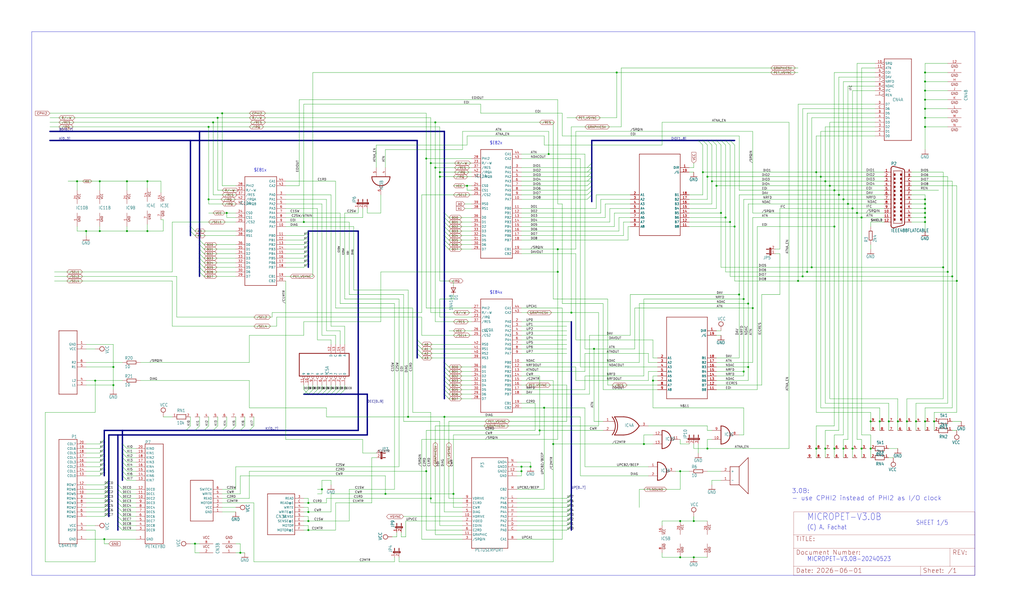
<source format=kicad_sch>
(kicad_sch (version 20231120) (generator "eeschema") (generator_version "8.0")
  (paper "User" 573.583 343.052)
  (junction (at 518.16 66.04))
  (junction (at 416.56 167.64))
  (junction (at 302.26 241.3))
  (junction (at 533.4 154.94))
  (junction (at 396.24 99.06))
  (junction (at 312.42 152.4))
  (junction (at 477.52 251.46))
  (junction (at 411.48 127))
  (junction (at 388.62 312.42))
  (junction (at 393.7 96.52))
  (junction (at 172.72 281.94))
  (junction (at 53.34 213.36))
  (junction (at 238.76 264.16))
  (junction (at 172.72 292.1))
  (junction (at 457.2 96.52))
  (junction (at 487.68 236.22))
  (junction (at 518.16 111.76))
  (junction (at 535.94 157.48))
  (junction (at 518.16 114.3))
  (junction (at 457.2 251.46))
  (junction (at 518.16 71.12))
  (junction (at 307.34 86.36))
  (junction (at 518.16 116.84))
  (junction (at 345.44 40.64))
  (junction (at 482.6 251.46))
  (junction (at 467.36 106.68))
  (junction (at 304.8 228.6))
  (junction (at 365.76 213.36))
  (junction (at 398.78 101.6))
  (junction (at 414.02 165.1))
  (junction (at 523.24 236.22))
  (junction (at 55.88 129.54))
  (junction (at 127 119.38))
  (junction (at 180.34 274.32))
  (junction (at 312.42 139.7))
  (junction (at 462.28 251.46))
  (junction (at 492.76 236.22))
  (junction (at 518.16 40.64))
  (junction (at 528.32 149.86))
  (junction (at 464.82 104.14))
  (junction (at 172.72 287.02))
  (junction (at 360.68 248.92))
  (junction (at 292.1 264.16))
  (junction (at 406.4 121.92))
  (junction (at 469.9 109.22))
  (junction (at 474.98 114.3))
  (junction (at 419.1 170.18))
  (junction (at 119.38 68.58))
  (junction (at 320.04 175.26))
  (junction (at 246.38 99.06))
  (junction (at 297.18 261.62))
  (junction (at 63.5 205.74))
  (junction (at 462.28 101.6))
  (junction (at 454.66 149.86))
  (junction (at 172.72 297.18))
  (junction (at 243.84 68.58))
  (junction (at 63.5 215.9))
  (junction (at 530.86 152.4))
  (junction (at 408.94 124.46))
  (junction (at 396.24 251.46))
  (junction (at 58.42 302.26))
  (junction (at 381 264.16))
  (junction (at 518.16 119.38))
  (junction (at 243.84 93.98))
  (junction (at 246.38 96.52))
  (junction (at 452.12 152.4))
  (junction (at 134.62 309.88))
  (junction (at 518.16 236.22))
  (junction (at 518.16 121.92))
  (junction (at 419.1 205.74))
  (junction (at 518.16 45.72))
  (junction (at 124.46 63.5))
  (junction (at 487.68 251.46))
  (junction (at 116.84 111.76))
  (junction (at 480.06 119.38))
  (junction (at 292.1 261.62))
  (junction (at 497.84 236.22))
  (junction (at 518.16 55.88))
  (junction (at 82.55 129.54))
  (junction (at 121.92 66.04))
  (junction (at 472.44 111.76))
  (junction (at 228.6 233.68))
  (junction (at 459.74 99.06))
  (junction (at 502.92 236.22))
  (junction (at 55.88 101.6))
  (junction (at 241.3 91.44))
  (junction (at 71.12 129.54))
  (junction (at 261.62 104.14))
  (junction (at 215.9 276.86))
  (junction (at 241.3 279.4))
  (junction (at 109.22 304.8))
  (junction (at 447.04 157.48))
  (junction (at 421.64 172.72))
  (junction (at 482.6 121.92))
  (junction (at 116.84 71.12))
  (junction (at 309.88 248.92))
  (junction (at 48.26 129.54))
  (junction (at 513.08 236.22))
  (junction (at 518.16 50.8))
  (junction (at 518.16 124.46))
  (junction (at 332.74 195.58))
  (junction (at 82.55 101.6))
  (junction (at 472.44 251.46))
  (junction (at 403.86 119.38))
  (junction (at 381 312.42))
  (junction (at 381 292.1))
  (junction (at 508 236.22))
  (junction (at 518.16 60.96))
  (junction (at 254 276.86))
  (junction (at 43.18 101.6))
  (junction (at 248.92 233.68))
  (junction (at 388.62 292.1))
  (junction (at 401.32 104.14))
  (junction (at 449.58 154.94))
  (junction (at 170.18 124.46))
  (junction (at 71.12 101.6))
  (junction (at 467.36 127))
  (junction (at 416.56 208.28))
  (junction (at 477.52 116.84))
  (junction (at 238.76 88.9))
  (junction (at 467.36 251.46))
  (bus_entry (at 58.42 281.94) (size 2.54 -2.54))
  (bus_entry (at 58.42 276.86) (size 2.54 -2.54))
  (bus_entry (at 71.12 251.46) (size -2.54 -2.54))
  (bus_entry (at 317.5 279.4) (size 2.54 -2.54))
  (bus_entry (at 251.46 137.16) (size -2.54 -2.54))
  (bus_entry (at 58.42 279.4) (size 2.54 -2.54))
  (bus_entry (at 328.93 104.14) (size 2.54 -2.54))
  (bus_entry (at 251.46 127) (size -2.54 -2.54))
  (bus_entry (at 121.92 238.76) (size -2.54 2.54))
  (bus_entry (at 68.58 297.18) (size -2.54 -2.54))
  (bus_entry (at 393.7 81.28) (size -2.54 -2.54))
  (bus_entry (at 106.68 238.76) (size -2.54 2.54))
  (bus_entry (at 328.93 99.06) (size 2.54 -2.54))
  (bus_entry (at 396.24 81.28) (size -2.54 -2.54))
  (bus_entry (at 251.46 220.98) (size -2.54 -2.54))
  (bus_entry (at 71.12 269.24) (size -2.54 -2.54))
  (bus_entry (at 55.88 251.46) (size 2.54 -2.54))
  (bus_entry (at 328.93 96.52) (size 2.54 -2.54))
  (bus_entry (at 68.58 279.4) (size -2.54 -2.54))
  (bus_entry (at 71.12 261.62) (size -2.54 -2.54))
  (bus_entry (at 317.5 289.56) (size 2.54 -2.54))
  (bus_entry (at 170.18 149.86) (size 2.54 -2.54))
  (bus_entry (at 132.08 238.76) (size -2.54 2.54))
  (bus_entry (at 251.46 215.9) (size -2.54 -2.54))
  (bus_entry (at 172.72 218.44) (size -2.54 2.54))
  (bus_entry (at 401.32 81.28) (size -2.54 -2.54))
  (bus_entry (at 403.86 81.28) (size -2.54 -2.54))
  (bus_entry (at 193.04 218.44) (size -2.54 2.54))
  (bus_entry (at 55.88 256.54) (size 2.54 -2.54))
  (bus_entry (at 236.22 200.66) (size -2.54 -2.54))
  (bus_entry (at 317.5 284.48) (size 2.54 -2.54))
  (bus_entry (at 251.46 129.54) (size -2.54 -2.54))
  (bus_entry (at 251.46 132.08) (size -2.54 -2.54))
  (bus_entry (at 251.46 124.46) (size -2.54 -2.54))
  (bus_entry (at 328.93 101.6) (size 2.54 -2.54))
  (bus_entry (at 58.42 274.32) (size 2.54 -2.54))
  (bus_entry (at 68.58 284.48) (size -2.54 -2.54))
  (bus_entry (at 114.3 152.4) (size -2.54 -2.54))
  (bus_entry (at 251.46 139.7) (size -2.54 -2.54))
  (bus_entry (at 114.3 139.7) (size -2.54 -2.54))
  (bus_entry (at 137.16 238.76) (size -2.54 2.54))
  (bus_entry (at 55.88 264.16) (size 2.54 -2.54))
  (bus_entry (at 116.84 238.76) (size -2.54 2.54))
  (bus_entry (at 187.96 218.44) (size -2.54 2.54))
  (bus_entry (at 398.78 81.28) (size -2.54 -2.54))
  (bus_entry (at 170.18 137.16) (size 2.54 -2.54))
  (bus_entry (at 114.3 144.78) (size -2.54 -2.54))
  (bus_entry (at 58.42 287.02) (size 2.54 -2.54))
  (bus_entry (at 180.34 218.44) (size -2.54 2.54))
  (bus_entry (at 71.12 254) (size -2.54 -2.54))
  (bus_entry (at 142.24 238.76) (size -2.54 2.54))
  (bus_entry (at 317.5 294.64) (size 2.54 -2.54))
  (bus_entry (at 328.93 111.76) (size 2.54 -2.54))
  (bus_entry (at 185.42 218.44) (size -2.54 2.54))
  (bus_entry (at 58.42 289.56) (size 2.54 -2.54))
  (bus_entry (at 55.88 261.62) (size 2.54 -2.54))
  (bus_entry (at 317.5 292.1) (size 2.54 -2.54))
  (bus_entry (at 251.46 134.62) (size -2.54 -2.54))
  (bus_entry (at 251.46 213.36) (size -2.54 -2.54))
  (bus_entry (at 175.26 218.44) (size -2.54 2.54))
  (bus_entry (at 68.58 281.94) (size -2.54 -2.54))
  (bus_entry (at 114.3 149.86) (size -2.54 -2.54))
  (bus_entry (at 68.58 276.86) (size -2.54 -2.54))
  (bus_entry (at 170.18 139.7) (size 2.54 -2.54))
  (bus_entry (at 251.46 208.28) (size -2.54 -2.54))
  (bus_entry (at 317.5 287.02) (size 2.54 -2.54))
  (bus_entry (at 170.18 144.78) (size 2.54 -2.54))
  (bus_entry (at 114.3 154.94) (size -2.54 -2.54))
  (bus_entry (at 251.46 223.52) (size -2.54 -2.54))
  (bus_entry (at 71.12 266.7) (size -2.54 -2.54))
  (bus_entry (at 251.46 218.44) (size -2.54 -2.54))
  (bus_entry (at 170.18 132.08) (size 2.54 -2.54))
  (bus_entry (at 190.5 218.44) (size -2.54 2.54))
  (bus_entry (at 317.5 281.94) (size 2.54 -2.54))
  (bus_entry (at 55.88 259.08) (size 2.54 -2.54))
  (bus_entry (at 170.18 218.44) (size 2.54 2.54))
  (bus_entry (at 251.46 205.74) (size -2.54 -2.54))
  (bus_entry (at 71.12 264.16) (size -2.54 -2.54))
  (bus_entry (at 71.12 259.08) (size -2.54 -2.54))
  (bus_entry (at 55.88 266.7) (size 2.54 -2.54))
  (bus_entry (at 411.48 81.28) (size -2.54 -2.54))
  (bus_entry (at 68.58 289.56) (size -2.54 -2.54))
  (bus_entry (at 177.8 218.44) (size -2.54 2.54))
  (bus_entry (at 236.22 193.04) (size -2.54 -2.54))
  (bus_entry (at 170.18 147.32) (size 2.54 -2.54))
  (bus_entry (at 68.58 287.02) (size -2.54 -2.54))
  (bus_entry (at 111.76 238.76) (size -2.54 2.54))
  (bus_entry (at 68.58 294.64) (size -2.54 -2.54))
  (bus_entry (at 408.94 81.28) (size -2.54 -2.54))
  (bus_entry (at 55.88 254) (size 2.54 -2.54))
  (bus_entry (at 55.88 248.92) (size 2.54 -2.54))
  (bus_entry (at 58.42 271.78) (size 2.54 -2.54))
  (bus_entry (at 170.18 134.62) (size 2.54 -2.54))
  (bus_entry (at 170.18 142.24) (size 2.54 -2.54))
  (bus_entry (at 114.3 137.16) (size -2.54 -2.54))
  (bus_entry (at 406.4 81.28) (size -2.54 -2.54))
  (bus_entry (at 71.12 256.54) (size -2.54 -2.54))
  (bus_entry (at 109.22 129.54) (size -2.54 -2.54))
  (bus_entry (at 251.46 210.82) (size -2.54 -2.54))
  (bus_entry (at 317.5 297.18) (size 2.54 -2.54))
  (bus_entry (at 236.22 195.58) (size -2.54 -2.54))
  (bus_entry (at 182.88 218.44) (size -2.54 2.54))
  (bus_entry (at 68.58 292.1) (size -2.54 -2.54))
  (bus_entry (at 58.42 284.48) (size 2.54 -2.54))
  (bus_entry (at 114.3 147.32) (size -2.54 -2.54))
  (bus_entry (at 236.22 198.12) (size -2.54 -2.54))
  (bus_entry (at 109.22 132.08) (size -2.54 -2.54))
  (bus_entry (at 328.93 93.98) (size 2.54 -2.54))
  (bus_entry (at 328.93 109.22) (size 2.54 -2.54))
  (bus_entry (at 68.58 274.32) (size -2.54 -2.54))
  (bus_entry (at 328.93 106.68) (size 2.54 -2.54))
  (bus_entry (at 127 238.76) (size -2.54 2.54))
  (bus_entry (at 251.46 121.92) (size -2.54 -2.54))
  (bus_entry (at 114.3 142.24) (size -2.54 -2.54))
  (wire (pts (xy 535.94 157.48) (xy 535.94 104.14)) (stroke (width 0.1524)))
  (wire (pts (xy 368.3 213.36) (xy 365.76 213.36)) (stroke (width 0.1524)))
  (wire (pts (xy 193.04 193.04) (xy 193.04 182.88)) (stroke (width 0.1524)))
  (wire (pts (xy 160.02 121.92) (xy 203.2 121.92)) (stroke (width 0.1524)))
  (bus (pts (xy 177.8 220.98) (xy 180.34 220.98)) (stroke (width 0.762)))
  (bus (pts (xy 185.42 220.98) (xy 187.96 220.98)) (stroke (width 0.762)))
  (wire (pts (xy 454.66 66.04) (xy 454.66 149.86)) (stroke (width 0.1524)))
  (wire (pts (xy 398.78 269.24) (xy 403.86 269.24)) (stroke (width 0.1524)))
  (wire (pts (xy 132.08 152.4) (xy 114.3 152.4)) (stroke (width 0.1524)))
  (wire (pts (xy 292.1 187.96) (xy 317.5 187.96)) (stroke (width 0.1524)))
  (wire (pts (xy 48.26 205.74) (xy 63.5 205.74)) (stroke (width 0.1524)))
  (wire (pts (xy 292.1 106.68) (xy 328.93 106.68)) (stroke (width 0.1524)))
  (wire (pts (xy 76.2 297.18) (xy 68.58 297.18)) (stroke (width 0.1524)))
  (wire (pts (xy 490.22 50.8) (xy 477.52 50.8)) (stroke (width 0.1524)))
  (wire (pts (xy 386.08 119.38) (xy 403.86 119.38)) (stroke (width 0.1524)))
  (wire (pts (xy 264.16 205.74) (xy 251.46 205.74)) (stroke (width 0.1524)))
  (wire (pts (xy 492.76 236.22) (xy 492.76 241.3)) (stroke (width 0.1524)))
  (wire (pts (xy 259.08 279.4) (xy 251.46 279.4)) (stroke (width 0.1524)))
  (wire (pts (xy 474.98 246.38) (xy 474.98 114.3)) (stroke (width 0.1524)))
  (wire (pts (xy 43.18 101.6) (xy 38.1 101.6)) (stroke (width 0.1524)))
  (wire (pts (xy 264.16 198.12) (xy 236.22 198.12)) (stroke (width 0.1524)))
  (wire (pts (xy 398.78 101.6) (xy 462.28 101.6)) (stroke (width 0.1524)))
  (wire (pts (xy 510.54 114.3) (xy 518.16 114.3)) (stroke (width 0.1524)))
  (wire (pts (xy 167.64 55.88) (xy 312.42 55.88)) (stroke (width 0.1524)))
  (wire (pts (xy 447.04 157.48) (xy 535.94 157.48)) (stroke (width 0.1524)))
  (wire (pts (xy 264.16 218.44) (xy 251.46 218.44)) (stroke (width 0.1524)))
  (bus (pts (xy 129.54 241.3) (xy 124.46 241.3)) (stroke (width 0.762)))
  (wire (pts (xy 292.1 228.6) (xy 304.8 228.6)) (stroke (width 0.1524)))
  (bus (pts (xy 398.78 78.74) (xy 401.32 78.74)) (stroke (width 0.762)))
  (wire (pts (xy 393.7 96.52) (xy 457.2 96.52)) (stroke (width 0.1524)))
  (polyline (pts (xy 546.1 17.78) (xy 546.1 322.58)) (stroke (width 0.1524) (type solid)))
  (wire (pts (xy 530.86 50.8) (xy 518.16 50.8)) (stroke (width 0.1524)))
  (wire (pts (xy 254 167.64) (xy 246.38 167.64)) (stroke (width 0.1524)))
  (wire (pts (xy 226.06 236.22) (xy 246.38 236.22)) (stroke (width 0.1524)))
  (wire (pts (xy 185.42 193.04) (xy 185.42 190.5)) (stroke (width 0.1524)))
  (wire (pts (xy 264.16 127) (xy 251.46 127)) (stroke (width 0.1524)))
  (wire (pts (xy 403.86 187.96) (xy 401.32 187.96)) (stroke (width 0.1524)))
  (wire (pts (xy 236.22 109.22) (xy 264.16 109.22)) (stroke (width 0.1524)))
  (wire (pts (xy 528.32 223.52) (xy 508 223.52)) (stroke (width 0.1524)))
  (wire (pts (xy 416.56 167.64) (xy 360.68 167.64)) (stroke (width 0.1524)))
  (wire (pts (xy 337.82 236.22) (xy 332.74 236.22)) (stroke (width 0.1524)))
  (wire (pts (xy 292.1 88.9) (xy 325.12 88.9)) (stroke (width 0.1524)))
  (wire (pts (xy 414.02 106.68) (xy 414.02 76.2)) (stroke (width 0.1524)))
  (wire (pts (xy 170.18 124.46) (xy 170.18 58.42)) (stroke (width 0.1524)))
  (wire (pts (xy 327.66 261.62) (xy 363.22 261.62)) (stroke (width 0.1524)))
  (wire (pts (xy 48.26 248.92) (xy 55.88 248.92)) (stroke (width 0.1524)))
  (wire (pts (xy 248.92 233.68) (xy 325.12 233.68)) (stroke (width 0.1524)))
  (wire (pts (xy 116.84 111.76) (xy 116.84 71.12)) (stroke (width 0.1524)))
  (wire (pts (xy 246.38 99.06) (xy 246.38 157.48)) (stroke (width 0.1524)))
  (wire (pts (xy 355.6 172.72) (xy 355.6 195.58)) (stroke (width 0.1524)))
  (wire (pts (xy 508 223.52) (xy 508 236.22)) (stroke (width 0.1524)))
  (wire (pts (xy 518.16 116.84) (xy 518.16 119.38)) (stroke (width 0.1524)))
  (wire (pts (xy 518.16 71.12) (xy 518.16 83.82)) (stroke (width 0.1524)))
  (wire (pts (xy 48.26 195.58) (xy 53.34 195.58)) (stroke (width 0.1524)))
  (wire (pts (xy 414.02 109.22) (xy 469.9 109.22)) (stroke (width 0.1524)))
  (wire (pts (xy 535.94 157.48) (xy 535.94 231.14)) (stroke (width 0.1524)))
  (wire (pts (xy 27.94 63.5) (xy 124.46 63.5)) (stroke (width 0.1524)))
  (wire (pts (xy 210.82 81.28) (xy 261.62 81.28)) (stroke (width 0.1524)))
  (wire (pts (xy 436.88 142.24) (xy 436.88 165.1)) (stroke (width 0.1524)))
  (wire (pts (xy 309.88 167.64) (xy 340.36 167.64)) (stroke (width 0.1524)))
  (bus (pts (xy 111.76 73.66) (xy 27.94 73.66)) (stroke (width 0.762)))
  (wire (pts (xy 25.4 314.96) (xy 25.4 231.14)) (stroke (width 0.1524)))
  (wire (pts (xy 406.4 121.92) (xy 406.4 152.4)) (stroke (width 0.1524)))
  (wire (pts (xy 358.14 274.32) (xy 358.14 284.48)) (stroke (width 0.1524)))
  (wire (pts (xy 246.38 167.64) (xy 246.38 177.8)) (stroke (width 0.1524)))
  (bus (pts (xy 172.72 129.54) (xy 200.66 129.54)) (stroke (width 0.762)))
  (wire (pts (xy 220.98 274.32) (xy 220.98 170.18)) (stroke (width 0.1524)))
  (bus (pts (xy 104.14 241.3) (xy 68.58 241.3)) (stroke (width 0.762)))
  (wire (pts (xy 518.16 66.04) (xy 518.16 71.12)) (stroke (width 0.1524)))
  (bus (pts (xy 248.92 213.36) (xy 248.92 215.9)) (stroke (width 0.762)))
  (wire (pts (xy 436.88 165.1) (xy 426.72 165.1)) (stroke (width 0.1524)))
  (wire (pts (xy 480.06 119.38) (xy 495.3 119.38)) (stroke (width 0.1524)))
  (wire (pts (xy 408.94 124.46) (xy 408.94 154.94)) (stroke (width 0.1524)))
  (wire (pts (xy 365.76 228.6) (xy 365.76 213.36)) (stroke (width 0.1524)))
  (wire (pts (xy 119.38 68.58) (xy 27.94 68.58)) (stroke (width 0.1524)))
  (wire (pts (xy 535.94 231.14) (xy 523.24 231.14)) (stroke (width 0.1524)))
  (wire (pts (xy 254 243.84) (xy 254 276.86)) (stroke (width 0.1524)))
  (wire (pts (xy 170.18 292.1) (xy 172.72 292.1)) (stroke (width 0.1524)))
  (wire (pts (xy 480.06 246.38) (xy 480.06 119.38)) (stroke (width 0.1524)))
  (wire (pts (xy 289.56 302.26) (xy 314.96 302.26)) (stroke (width 0.1524)))
  (wire (pts (xy 312.42 114.3) (xy 314.96 114.3)) (stroke (width 0.1524)))
  (wire (pts (xy 292.1 132.08) (xy 349.25 132.08)) (stroke (width 0.1524)))
  (wire (pts (xy 259.08 83.82) (xy 259.08 73.66)) (stroke (width 0.1524)))
  (bus (pts (xy 68.58 256.54) (xy 68.58 259.08)) (stroke (width 0.762)))
  (wire (pts (xy 58.42 302.26) (xy 76.2 302.26)) (stroke (width 0.1524)))
  (bus (pts (xy 66.04 294.64) (xy 66.04 297.18)) (stroke (width 0.762)))
  (bus (pts (xy 66.04 281.94) (xy 66.04 284.48)) (stroke (width 0.762)))
  (wire (pts (xy 401.32 116.84) (xy 386.08 116.84)) (stroke (width 0.1524)))
  (wire (pts (xy 533.4 154.94) (xy 533.4 101.6)) (stroke (width 0.1524)))
  (wire (pts (xy 292.1 99.06) (xy 328.93 99.06)) (stroke (width 0.1524)))
  (wire (pts (xy 401.32 205.74) (xy 419.1 205.74)) (stroke (width 0.1524)))
  (wire (pts (xy 523.24 231.14) (xy 523.24 236.22)) (stroke (width 0.1524)))
  (bus (pts (xy 170.18 220.98) (xy 172.72 220.98)) (stroke (width 0.762)))
  (wire (pts (xy 121.92 106.68) (xy 121.92 66.04)) (stroke (width 0.1524)))
  (wire (pts (xy 353.06 124.46) (xy 349.25 124.46)) (stroke (width 0.1524)))
  (wire (pts (xy 490.22 58.42) (xy 447.04 58.42)) (stroke (width 0.1524)))
  (bus (pts (xy 124.46 241.3) (xy 119.38 241.3)) (stroke (width 0.762)))
  (wire (pts (xy 48.26 129.54) (xy 55.88 129.54)) (stroke (width 0.1524)))
  (wire (pts (xy 472.44 45.72) (xy 472.44 111.76)) (stroke (width 0.1524)))
  (wire (pts (xy 462.28 226.06) (xy 497.84 226.06)) (stroke (width 0.1524)))
  (wire (pts (xy 363.22 238.76) (xy 396.24 238.76)) (stroke (width 0.1524)))
  (wire (pts (xy 96.52 124.46) (xy 132.08 124.46)) (stroke (width 0.1524)))
  (wire (pts (xy 335.28 238.76) (xy 243.84 238.76)) (stroke (width 0.1524)))
  (wire (pts (xy 246.38 71.12) (xy 246.38 96.52)) (stroke (width 0.1524)))
  (bus (pts (xy 111.76 142.24) (xy 111.76 144.78)) (stroke (width 0.762)))
  (bus (pts (xy 200.66 241.3) (xy 139.7 241.3)) (stroke (width 0.762)))
  (wire (pts (xy 477.52 50.8) (xy 477.52 116.84)) (stroke (width 0.1524)))
  (wire (pts (xy 327.66 195.58) (xy 332.74 195.58)) (stroke (width 0.1524)))
  (wire (pts (xy 322.58 213.36) (xy 322.58 205.74)) (stroke (width 0.1524)))
  (wire (pts (xy 363.22 203.2) (xy 368.3 203.2)) (stroke (width 0.1524)))
  (bus (pts (xy 190.5 220.98) (xy 205.74 220.98)) (stroke (width 0.762)))
  (wire (pts (xy 365.76 200.66) (xy 368.3 200.66)) (stroke (width 0.1524)))
  (wire (pts (xy 292.1 101.6) (xy 328.93 101.6)) (stroke (width 0.1524)))
  (wire (pts (xy 292.1 142.24) (xy 322.58 142.24)) (stroke (width 0.1524)))
  (wire (pts (xy 459.74 73.66) (xy 459.74 99.06)) (stroke (width 0.1524)))
  (wire (pts (xy 322.58 142.24) (xy 322.58 190.5)) (stroke (width 0.1524)))
  (wire (pts (xy 530.86 35.56) (xy 518.16 35.56)) (stroke (width 0.1524)))
  (wire (pts (xy 243.84 68.58) (xy 243.84 93.98)) (stroke (width 0.1524)))
  (wire (pts (xy 289.56 279.4) (xy 317.5 279.4)) (stroke (width 0.1524)))
  (wire (pts (xy 187.96 101.6) (xy 187.96 172.72)) (stroke (width 0.1524)))
  (wire (pts (xy 132.08 238.76) (xy 132.08 233.68)) (stroke (width 0.1524)))
  (bus (pts (xy 60.96 274.32) (xy 60.96 276.86)) (stroke (width 0.762)))
  (wire (pts (xy 292.1 134.62) (xy 351.79 134.62)) (stroke (width 0.1524)))
  (wire (pts (xy 193.04 215.9) (xy 193.04 218.44)) (stroke (width 0.1524)))
  (wire (pts (xy 490.22 40.64) (xy 467.36 40.64)) (stroke (width 0.1524)))
  (wire (pts (xy 396.24 238.76) (xy 396.24 241.3)) (stroke (width 0.1524)))
  (wire (pts (xy 259.08 299.72) (xy 243.84 299.72)) (stroke (width 0.1524)))
  (wire (pts (xy 160.02 144.78) (xy 170.18 144.78)) (stroke (width 0.1524)))
  (wire (pts (xy 180.34 274.32) (xy 180.34 269.24)) (stroke (width 0.1524)))
  (bus (pts (xy 248.92 73.66) (xy 248.92 119.38)) (stroke (width 0.762)))
  (bus (pts (xy 111.76 149.86) (xy 111.76 152.4)) (stroke (width 0.762)))
  (wire (pts (xy 177.8 276.86) (xy 180.34 276.86)) (stroke (width 0.1524)))
  (wire (pts (xy 261.62 104.14) (xy 261.62 106.68)) (stroke (width 0.1524)))
  (wire (pts (xy 353.06 114.3) (xy 339.09 114.3)) (stroke (width 0.1524)))
  (wire (pts (xy 331.47 101.6) (xy 328.93 101.6)) (stroke (width 0.1524)))
  (wire (pts (xy 55.88 101.6) (xy 71.12 101.6)) (stroke (width 0.1524)))
  (wire (pts (xy 172.72 279.4) (xy 172.72 281.94)) (stroke (width 0.1524)))
  (wire (pts (xy 160.02 104.14) (xy 167.64 104.14)) (stroke (width 0.1524)))
  (bus (pts (xy 111.76 139.7) (xy 111.76 142.24)) (stroke (width 0.762)))
  (wire (pts (xy 472.44 111.76) (xy 495.3 111.76)) (stroke (width 0.1524)))
  (bus (pts (xy 68.58 266.7) (xy 68.58 269.24)) (stroke (width 0.762)))
  (wire (pts (xy 513.08 236.22) (xy 513.08 241.3)) (stroke (width 0.1524)))
  (wire (pts (xy 490.22 60.96) (xy 449.58 60.96)) (stroke (width 0.1524)))
  (wire (pts (xy 490.22 38.1) (xy 482.6 38.1)) (stroke (width 0.1524)))
  (wire (pts (xy 416.56 167.64) (xy 416.56 111.76)) (stroke (width 0.1524)))
  (wire (pts (xy 360.68 167.64) (xy 360.68 210.82)) (stroke (width 0.1524)))
  (wire (pts (xy 264.16 124.46) (xy 251.46 124.46)) (stroke (width 0.1524)))
  (wire (pts (xy 43.18 106.68) (xy 43.18 101.6)) (stroke (width 0.1524)))
  (wire (pts (xy 414.02 200.66) (xy 414.02 165.1)) (stroke (width 0.1524)))
  (wire (pts (xy 238.76 63.5) (xy 238.76 88.9)) (stroke (width 0.1524)))
  (wire (pts (xy 490.22 76.2) (xy 457.2 76.2)) (stroke (width 0.1524)))
  (wire (pts (xy 193.04 182.88) (xy 185.42 182.88)) (stroke (width 0.1524)))
  (wire (pts (xy 289.56 297.18) (xy 317.5 297.18)) (stroke (width 0.1524)))
  (wire (pts (xy 518.16 119.38) (xy 518.16 121.92)) (stroke (width 0.1524)))
  (wire (pts (xy 370.84 68.58) (xy 441.96 68.58)) (stroke (width 0.1524)))
  (wire (pts (xy 76.2 294.64) (xy 68.58 294.64)) (stroke (width 0.1524)))
  (wire (pts (xy 58.42 304.8) (xy 58.42 302.26)))
  (bus (pts (xy 391.16 78.74) (xy 393.7 78.74)) (stroke (width 0.762)))
  (wire (pts (xy 241.3 66.04) (xy 241.3 91.44)) (stroke (width 0.1524)))
  (wire (pts (xy 518.16 55.88) (xy 518.16 60.96)) (stroke (width 0.1524)))
  (wire (pts (xy 82.55 101.6) (xy 90.17 101.6)) (stroke (width 0.1524)))
  (wire (pts (xy 53.34 297.18) (xy 53.34 314.96)) (stroke (width 0.1524)))
  (wire (pts (xy 518.16 109.22) (xy 518.16 111.76)) (stroke (width 0.1524)))
  (wire (pts (xy 419.1 114.3) (xy 474.98 114.3)) (stroke (width 0.1524)))
  (wire (pts (xy 381 264.16) (xy 386.08 264.16)) (stroke (width 0.1524)))
  (wire (pts (xy 360.68 243.84) (xy 365.76 243.84)) (stroke (width 0.1524)))
  (wire (pts (xy 464.82 104.14) (xy 495.3 104.14)) (stroke (width 0.1524)))
  (wire (pts (xy 269.24 58.42) (xy 269.24 63.5)) (stroke (width 0.1524)))
  (wire (pts (xy 353.06 127) (xy 351.79 127)) (stroke (width 0.1524)))
  (wire (pts (xy 132.08 154.94) (xy 114.3 154.94)) (stroke (width 0.1524)))
  (wire (pts (xy 139.7 264.16) (xy 238.76 264.16)) (stroke (width 0.1524)))
  (bus (pts (xy 172.72 137.16) (xy 172.72 139.7)) (stroke (width 0.762)))
  (wire (pts (xy 401.32 213.36) (xy 419.1 213.36)) (stroke (width 0.1524)))
  (wire (pts (xy 254 157.48) (xy 254 160.02)) (stroke (width 0.1524)))
  (wire (pts (xy 441.96 68.58) (xy 441.96 251.46)) (stroke (width 0.1524)))
  (wire (pts (xy 261.62 106.68) (xy 264.16 106.68)) (stroke (width 0.1524)))
  (wire (pts (xy 528.32 149.86) (xy 528.32 96.52)) (stroke (width 0.1524)))
  (wire (pts (xy 264.16 129.54) (xy 251.46 129.54)) (stroke (width 0.1524)))
  (wire (pts (xy 238.76 172.72) (xy 264.16 172.72)) (stroke (width 0.1524)))
  (bus (pts (xy 401.32 78.74) (xy 403.86 78.74)) (stroke (width 0.762)))
  (wire (pts (xy 170.18 294.64) (xy 172.72 294.64)) (stroke (width 0.1524)))
  (wire (pts (xy 497.84 226.06) (xy 497.84 236.22)) (stroke (width 0.1524)))
  (wire (pts (xy 419.1 213.36) (xy 419.1 205.74)) (stroke (width 0.1524)))
  (wire (pts (xy 331.47 99.06) (xy 328.93 99.06)) (stroke (width 0.1524)))
  (wire (pts (xy 497.84 256.54) (xy 500.38 256.54)) (stroke (width 0.1524)))
  (bus (pts (xy 248.92 215.9) (xy 248.92 218.44)) (stroke (width 0.762)))
  (bus (pts (xy 393.7 78.74) (xy 396.24 78.74)) (stroke (width 0.762)))
  (wire (pts (xy 292.1 127) (xy 344.17 127)) (stroke (width 0.1524)))
  (wire (pts (xy 228.6 233.68) (xy 248.92 233.68)) (stroke (width 0.1524)))
  (wire (pts (xy 160.02 127) (xy 198.12 127)) (stroke (width 0.1524)))
  (wire (pts (xy 472.44 246.38) (xy 472.44 251.46)) (stroke (width 0.1524)))
  (bus (pts (xy 406.4 78.74) (xy 408.94 78.74)) (stroke (width 0.762)))
  (wire (pts (xy 289.56 292.1) (xy 317.5 292.1)) (stroke (width 0.1524)))
  (wire (pts (xy 523.24 241.3) (xy 523.24 236.22)) (stroke (width 0.1524)))
  (wire (pts (xy 55.88 127) (xy 55.88 129.54)) (stroke (width 0.1524)))
  (wire (pts (xy 398.78 269.24) (xy 398.78 271.78)) (stroke (width 0.1524)))
  (wire (pts (xy 185.42 269.24) (xy 185.42 271.78)) (stroke (width 0.1524)))
  (bus (pts (xy 172.72 134.62) (xy 172.72 137.16)) (stroke (width 0.762)))
  (wire (pts (xy 508 236.22) (xy 508 241.3)) (stroke (width 0.1524)))
  (wire (pts (xy 215.9 276.86) (xy 215.9 266.7)) (stroke (width 0.1524)))
  (wire (pts (xy 213.36 119.38) (xy 213.36 109.22)) (stroke (width 0.1524)))
  (wire (pts (xy 302.26 241.3) (xy 302.26 243.84)) (stroke (width 0.1524)))
  (wire (pts (xy 495.3 106.68) (xy 467.36 106.68)) (stroke (width 0.1524)))
  (wire (pts (xy 259.08 302.26) (xy 236.22 302.26)) (stroke (width 0.1524)))
  (wire (pts (xy 416.56 208.28) (xy 416.56 167.64)) (stroke (width 0.1524)))
  (wire (pts (xy 353.06 121.92) (xy 346.71 121.92)) (stroke (width 0.1524)))
  (wire (pts (xy 381 264.16) (xy 381 274.32)) (stroke (width 0.1524)))
  (wire (pts (xy 195.58 274.32) (xy 220.98 274.32)) (stroke (width 0.1524)))
  (wire (pts (xy 76.2 274.32) (xy 68.58 274.32)) (stroke (width 0.1524)))
  (wire (pts (xy 261.62 81.28) (xy 261.62 76.2)) (stroke (width 0.1524)))
  (wire (pts (xy 264.16 185.42) (xy 251.46 185.42)) (stroke (width 0.1524)))
  (wire (pts (xy 226.06 165.1) (xy 226.06 236.22)) (stroke (width 0.1524)))
  (wire (pts (xy 208.28 256.54) (xy 210.82 256.54)) (stroke (width 0.1524)))
  (wire (pts (xy 457.2 231.14) (xy 487.68 231.14)) (stroke (width 0.1524)))
  (wire (pts (xy 185.42 276.86) (xy 215.9 276.86)) (stroke (width 0.1524)))
  (wire (pts (xy 185.42 182.88) (xy 185.42 109.22)) (stroke (width 0.1524)))
  (wire (pts (xy 490.22 68.58) (xy 464.82 68.58)) (stroke (width 0.1524)))
  (wire (pts (xy 48.26 289.56) (xy 58.42 289.56)) (stroke (width 0.1524)))
  (wire (pts (xy 76.2 269.24) (xy 71.12 269.24)) (stroke (width 0.1524)))
  (wire (pts (xy 91.44 123.19) (xy 90.17 123.19)) (stroke (width 0.1524)))
  (bus (pts (xy 60.96 243.84) (xy 60.96 269.24)) (stroke (width 0.762)))
  (bus (pts (xy 109.22 241.3) (xy 104.14 241.3)) (stroke (width 0.762)))
  (wire (pts (xy 264.16 213.36) (xy 251.46 213.36)) (stroke (width 0.1524)))
  (wire (pts (xy 185.42 215.9) (xy 185.42 218.44)) (stroke (width 0.1524)))
  (bus (pts (xy 320.04 289.56) (xy 320.04 292.1)) (stroke (width 0.762)))
  (wire (pts (xy 299.72 226.06) (xy 299.72 241.3)) (stroke (width 0.1524)))
  (bus (pts (xy 331.47 78.74) (xy 391.16 78.74)) (stroke (width 0.762)))
  (wire (pts (xy 48.26 281.94) (xy 58.42 281.94)) (stroke (width 0.1524)))
  (wire (pts (xy 314.96 63.5) (xy 314.96 76.2)) (stroke (width 0.1524)))
  (wire (pts (xy 260.35 116.84) (xy 264.16 116.84)))
  (wire (pts (xy 396.24 246.38) (xy 396.24 251.46)) (stroke (width 0.1524)))
  (wire (pts (xy 180.34 269.24) (xy 185.42 269.24)) (stroke (width 0.1524)))
  (wire (pts (xy 320.04 71.12) (xy 347.98 71.12)) (stroke (width 0.1524)))
  (wire (pts (xy 467.36 40.64) (xy 467.36 106.68)) (stroke (width 0.1524)))
  (wire (pts (xy 434.34 139.7) (xy 436.88 139.7)) (stroke (width 0.1524)))
  (wire (pts (xy 336.55 111.76) (xy 336.55 119.38)) (stroke (width 0.1524)))
  (wire (pts (xy 325.12 88.9) (xy 325.12 205.74)) (stroke (width 0.1524)))
  (wire (pts (xy 185.42 287.02) (xy 185.42 276.86)) (stroke (width 0.1524)))
  (bus (pts (xy 331.47 96.52) (xy 331.47 99.06)) (stroke (width 0.762)))
  (wire (pts (xy 328.93 93.98) (xy 331.47 93.98)) (stroke (width 0.1524)))
  (wire (pts (xy 154.94 182.88) (xy 96.52 182.88)) (stroke (width 0.1524)))
  (wire (pts (xy 91.44 233.68) (xy 96.52 233.68)) (stroke (width 0.1524)))
  (wire (pts (xy 322.58 205.74) (xy 292.1 205.74)) (stroke (width 0.1524)))
  (bus (pts (xy 248.92 134.62) (xy 248.92 137.16)) (stroke (width 0.762)))
  (wire (pts (xy 215.9 276.86) (xy 254 276.86)) (stroke (width 0.1524)))
  (wire (pts (xy 208.28 256.54) (xy 208.28 281.94)) (stroke (width 0.1524)))
  (wire (pts (xy 518.16 111.76) (xy 518.16 114.3)) (stroke (width 0.1524)))
  (wire (pts (xy 292.1 266.7) (xy 292.1 264.16)) (stroke (width 0.1524)))
  (wire (pts (xy 238.76 297.18) (xy 238.76 264.16)) (stroke (width 0.1524)))
  (wire (pts (xy 365.76 190.5) (xy 365.76 200.66)) (stroke (width 0.1524)))
  (bus (pts (xy 248.92 205.74) (xy 248.92 208.28)) (stroke (width 0.762)))
  (wire (pts (xy 436.88 139.7) (xy 436.88 116.84)) (stroke (width 0.1524)))
  (wire (pts (xy 48.26 193.04) (xy 63.5 193.04)) (stroke (width 0.1524)))
  (wire (pts (xy 487.68 137.16) (xy 487.68 139.7)) (stroke (width 0.1524)))
  (wire (pts (xy 172.72 284.48) (xy 172.72 287.02)) (stroke (width 0.1524)))
  (bus (pts (xy 106.68 78.74) (xy 233.68 78.74)) (stroke (width 0.762)))
  (wire (pts (xy 462.28 251.46) (xy 462.28 256.54)) (stroke (width 0.1524)))
  (wire (pts (xy 152.4 177.8) (xy 152.4 175.26)) (stroke (width 0.1524)))
  (wire (pts (xy 292.1 208.28) (xy 327.66 208.28)) (stroke (width 0.1524)))
  (wire (pts (xy 170.18 187.96) (xy 170.18 180.34)) (stroke (width 0.1524)))
  (bus (pts (xy 60.96 276.86) (xy 60.96 279.4)) (stroke (width 0.762)))
  (wire (pts (xy 243.84 93.98) (xy 264.16 93.98)) (stroke (width 0.1524)))
  (wire (pts (xy 436.88 116.84) (xy 477.52 116.84)) (stroke (width 0.1524)))
  (wire (pts (xy 124.46 279.4) (xy 139.7 279.4)) (stroke (width 0.1524)))
  (wire (pts (xy 363.22 213.36) (xy 322.58 213.36)) (stroke (width 0.1524)))
  (wire (pts (xy 124.46 284.48) (xy 132.08 284.48)) (stroke (width 0.1524)))
  (bus (pts (xy 66.04 289.56) (xy 66.04 292.1)) (stroke (width 0.762)))
  (wire (pts (xy 312.42 55.88) (xy 312.42 114.3)) (stroke (width 0.1524)))
  (wire (pts (xy 388.62 251.46) (xy 396.24 251.46)) (stroke (width 0.1524)))
  (wire (pts (xy 292.1 220.98) (xy 330.2 220.98)) (stroke (width 0.1524)))
  (wire (pts (xy 264.16 208.28) (xy 251.46 208.28)) (stroke (width 0.1524)))
  (wire (pts (xy 243.84 299.72) (xy 243.84 238.76)) (stroke (width 0.1524)))
  (bus (pts (xy 180.34 220.98) (xy 182.88 220.98)) (stroke (width 0.762)))
  (bus (pts (xy 106.68 78.74) (xy 27.94 78.74)) (stroke (width 0.762)))
  (wire (pts (xy 139.7 187.96) (xy 170.18 187.96)) (stroke (width 0.1524)))
  (wire (pts (xy 482.6 243.84) (xy 482.6 121.92)) (stroke (width 0.1524)))
  (wire (pts (xy 533.4 236.22) (xy 538.48 236.22)) (stroke (width 0.1524)))
  (wire (pts (xy 76.2 266.7) (xy 71.12 266.7)) (stroke (width 0.1524)))
  (wire (pts (xy 76.2 251.46) (xy 71.12 251.46)) (stroke (width 0.1524)))
  (wire (pts (xy 121.92 66.04) (xy 241.3 66.04)) (stroke (width 0.1524)))
  (wire (pts (xy 170.18 284.48) (xy 172.72 284.48)) (stroke (width 0.1524)))
  (wire (pts (xy 160.02 157.48) (xy 160.02 246.38)) (stroke (width 0.1524)))
  (wire (pts (xy 401.32 218.44) (xy 424.18 218.44)) (stroke (width 0.1524)))
  (bus (pts (xy 331.47 113.03) (xy 331.47 109.22)) (stroke (width 0.762)))
  (wire (pts (xy 487.68 231.14) (xy 487.68 236.22)) (stroke (width 0.1524)))
  (wire (pts (xy 116.84 238.76) (xy 116.84 233.68)) (stroke (width 0.1524)))
  (wire (pts (xy 403.86 119.38) (xy 403.86 149.86)) (stroke (width 0.1524)))
  (wire (pts (xy 467.36 238.76) (xy 467.36 127)) (stroke (width 0.1524)))
  (wire (pts (xy 388.62 292.1) (xy 388.62 289.56)))
  (bus (pts (xy 58.42 241.3) (xy 58.42 246.38)) (stroke (width 0.762)))
  (wire (pts (xy 152.4 175.26) (xy 236.22 175.26)) (stroke (width 0.1524)))
  (wire (pts (xy 346.71 121.92) (xy 346.71 129.54)) (stroke (width 0.1524)))
  (bus (pts (xy 320.04 294.64) (xy 320.04 297.18)) (stroke (width 0.762)))
  (wire (pts (xy 370.84 312.42) (xy 370.84 309.88)) (stroke (width 0.1524)))
  (wire (pts (xy 490.22 48.26) (xy 474.98 48.26)) (stroke (width 0.1524)))
  (wire (pts (xy 340.36 215.9) (xy 368.3 215.9)) (stroke (width 0.1524)))
  (wire (pts (xy 160.02 124.46) (xy 170.18 124.46)) (stroke (width 0.1524)))
  (wire (pts (xy 419.1 170.18) (xy 358.14 170.18)) (stroke (width 0.1524)))
  (bus (pts (xy 396.24 78.74) (xy 398.78 78.74)) (stroke (width 0.762)))
  (wire (pts (xy 182.88 233.68) (xy 228.6 233.68)) (stroke (width 0.1524)))
  (wire (pts (xy 322.58 190.5) (xy 365.76 190.5)) (stroke (width 0.1524)))
  (bus (pts (xy 248.92 218.44) (xy 248.92 220.98)) (stroke (width 0.762)))
  (wire (pts (xy 416.56 243.84) (xy 416.56 228.6)) (stroke (width 0.1524)))
  (wire (pts (xy 139.7 213.36) (xy 139.7 228.6)) (stroke (width 0.1524)))
  (wire (pts (xy 63.5 215.9) (xy 63.5 218.44)) (stroke (width 0.1524)))
  (wire (pts (xy 533.4 241.3) (xy 535.94 241.3)) (stroke (width 0.1524)))
  (wire (pts (xy 172.72 289.56) (xy 172.72 292.1)) (stroke (width 0.1524)))
  (bus (pts (xy 60.96 284.48) (xy 60.96 287.02)) (stroke (width 0.762)))
  (bus (pts (xy 60.96 287.02) (xy 60.96 289.56)) (stroke (width 0.762)))
  (wire (pts (xy 292.1 180.34) (xy 320.04 180.34)) (stroke (width 0.1524)))
  (wire (pts (xy 246.38 96.52) (xy 264.16 96.52)) (stroke (width 0.1524)))
  (wire (pts (xy 224.79 300.99) (xy 227.33 300.99)))
  (wire (pts (xy 48.26 266.7) (xy 55.88 266.7)) (stroke (width 0.1524)))
  (wire (pts (xy 182.88 279.4) (xy 241.3 279.4)) (stroke (width 0.1524)))
  (wire (pts (xy 426.72 215.9) (xy 401.32 215.9)) (stroke (width 0.1524)))
  (wire (pts (xy 322.58 73.66) (xy 421.64 73.66)) (stroke (width 0.1524)))
  (bus (pts (xy 233.68 198.12) (xy 233.68 200.66)) (stroke (width 0.762)))
  (wire (pts (xy 530.86 45.72) (xy 518.16 45.72)) (stroke (width 0.1524)))
  (wire (pts (xy 172.72 287.02) (xy 185.42 287.02)) (stroke (width 0.1524)))
  (wire (pts (xy 170.18 281.94) (xy 172.72 281.94)) (stroke (width 0.1524)))
  (bus (pts (xy 320.04 279.4) (xy 320.04 281.94)) (stroke (width 0.762)))
  (wire (pts (xy 533.4 228.6) (xy 518.16 228.6)) (stroke (width 0.1524)))
  (wire (pts (xy 160.02 116.84) (xy 177.8 116.84)) (stroke (width 0.1524)))
  (wire (pts (xy 414.02 76.2) (xy 314.96 76.2)) (stroke (width 0.1524)))
  (bus (pts (xy 119.38 241.3) (xy 114.3 241.3)) (stroke (width 0.762)))
  (bus (pts (xy 58.42 261.62) (xy 58.42 264.16)) (stroke (width 0.762)))
  (wire (pts (xy 525.78 106.68) (xy 510.54 106.68)) (stroke (width 0.1524)))
  (wire (pts (xy 482.6 246.38) (xy 482.6 251.46)) (stroke (width 0.1524)))
  (wire (pts (xy 490.22 71.12) (xy 462.28 71.12)) (stroke (width 0.1524)))
  (wire (pts (xy 386.08 111.76) (xy 396.24 111.76)) (stroke (width 0.1524)))
  (wire (pts (xy 381 248.92) (xy 381 246.38)) (stroke (width 0.1524)))
  (wire (pts (xy 421.64 73.66) (xy 421.64 119.38)) (stroke (width 0.1524)))
  (wire (pts (xy 82.55 101.6) (xy 82.55 105.41)))
  (wire (pts (xy 416.56 228.6) (xy 365.76 228.6)) (stroke (width 0.1524)))
  (wire (pts (xy 187.96 215.9) (xy 187.96 218.44)) (stroke (width 0.1524)))
  (wire (pts (xy 292.1 264.16) (xy 292.1 261.62)) (stroke (width 0.1524)))
  (bus (pts (xy 408.94 78.74) (xy 411.48 78.74)) (stroke (width 0.762)))
  (wire (pts (xy 327.66 218.44) (xy 327.66 210.82)) (stroke (width 0.1524)))
  (wire (pts (xy 200.66 119.38) (xy 193.04 119.38)) (stroke (width 0.1524)))
  (wire (pts (xy 490.22 45.72) (xy 472.44 45.72)) (stroke (width 0.1524)))
  (wire (pts (xy 48.26 203.2) (xy 68.58 203.2)) (stroke (width 0.1524)))
  (wire (pts (xy 190.5 170.18) (xy 190.5 119.38)) (stroke (width 0.1524)))
  (wire (pts (xy 411.48 127) (xy 411.48 157.48)) (stroke (width 0.1524)))
  (wire (pts (xy 203.2 121.92) (xy 203.2 116.84)) (stroke (width 0.1524)))
  (wire (pts (xy 411.48 127) (xy 411.48 81.28)) (stroke (width 0.1524)))
  (wire (pts (xy 530.86 152.4) (xy 530.86 226.06)) (stroke (width 0.1524)))
  (wire (pts (xy 462.28 71.12) (xy 462.28 101.6)) (stroke (width 0.1524)))
  (wire (pts (xy 124.46 63.5) (xy 238.76 63.5)) (stroke (width 0.1524)))
  (bus (pts (xy 320.04 287.02) (xy 320.04 289.56)) (stroke (width 0.762)))
  (wire (pts (xy 76.2 292.1) (xy 68.58 292.1)) (stroke (width 0.1524)))
  (wire (pts (xy 401.32 104.14) (xy 401.32 116.84)) (stroke (width 0.1524)))
  (wire (pts (xy 48.26 274.32) (xy 58.42 274.32)) (stroke (width 0.1524)))
  (wire (pts (xy 472.44 243.84) (xy 467.36 243.84)) (stroke (width 0.1524)))
  (wire (pts (xy 264.16 137.16) (xy 251.46 137.16)) (stroke (width 0.1524)))
  (wire (pts (xy 264.16 104.14) (xy 261.62 104.14)) (stroke (width 0.1524)))
  (wire (pts (xy 264.16 193.04) (xy 236.22 193.04)) (stroke (width 0.1524)))
  (bus (pts (xy 331.47 101.6) (xy 331.47 104.14)) (stroke (width 0.762)))
  (wire (pts (xy 264.16 215.9) (xy 251.46 215.9)) (stroke (width 0.1524)))
  (bus (pts (xy 331.47 106.68) (xy 331.47 109.22)) (stroke (width 0.762)))
  (wire (pts (xy 304.8 228.6) (xy 327.66 228.6)) (stroke (width 0.1524)))
  (wire (pts (xy 474.98 48.26) (xy 474.98 114.3)) (stroke (width 0.1524)))
  (wire (pts (xy 289.56 274.32) (xy 304.8 274.32)) (stroke (width 0.1524)))
  (wire (pts (xy 220.98 314.96) (xy 220.98 312.42)) (stroke (width 0.1524)))
  (wire (pts (xy 132.08 111.76) (xy 116.84 111.76)) (stroke (width 0.1524)))
  (wire (pts (xy 160.02 114.3) (xy 180.34 114.3)) (stroke (width 0.1524)))
  (wire (pts (xy 289.56 281.94) (xy 317.5 281.94)) (stroke (width 0.1524)))
  (wire (pts (xy 259.08 287.02) (xy 248.92 287.02)) (stroke (width 0.1524)))
  (bus (pts (xy 66.04 276.86) (xy 66.04 279.4)) (stroke (width 0.762)))
  (wire (pts (xy 106.68 238.76) (xy 106.68 233.68)) (stroke (width 0.1524)))
  (wire (pts (xy 222.25 300.99) (xy 222.25 298.45)))
  (wire (pts (xy 386.08 114.3) (xy 398.78 114.3)) (stroke (width 0.1524)))
  (wire (pts (xy 241.3 175.26) (xy 264.16 175.26)) (stroke (width 0.1524)))
  (wire (pts (xy 325.12 205.74) (xy 368.3 205.74)) (stroke (width 0.1524)))
  (bus (pts (xy 68.58 248.92) (xy 68.58 251.46)) (stroke (width 0.762)))
  (wire (pts (xy 152.4 177.8) (xy 99.06 177.8)) (stroke (width 0.1524)))
  (wire (pts (xy 386.08 121.92) (xy 406.4 121.92)) (stroke (width 0.1524)))
  (wire (pts (xy 490.22 35.56) (xy 480.06 35.56)) (stroke (width 0.1524)))
  (wire (pts (xy 177.8 190.5) (xy 177.8 116.84)) (stroke (width 0.1524)))
  (wire (pts (xy 292.1 198.12) (xy 317.5 198.12)) (stroke (width 0.1524)))
  (bus (pts (xy 68.58 259.08) (xy 68.58 261.62)) (stroke (width 0.762)))
  (wire (pts (xy 224.79 298.45) (xy 224.79 300.99)))
  (wire (pts (xy 154.94 182.88) (xy 154.94 177.8)) (stroke (width 0.1524)))
  (wire (pts (xy 457.2 231.14) (xy 457.2 96.52)) (stroke (width 0.1524)))
  (wire (pts (xy 160.02 101.6) (xy 187.96 101.6)) (stroke (width 0.1524)))
  (bus (pts (xy 331.47 99.06) (xy 331.47 101.6)) (stroke (width 0.762)))
  (wire (pts (xy 492.76 228.6) (xy 492.76 236.22)) (stroke (width 0.1524)))
  (wire (pts (xy 490.22 73.66) (xy 459.74 73.66)) (stroke (width 0.1524)))
  (wire (pts (xy 48.26 259.08) (xy 55.88 259.08)) (stroke (width 0.1524)))
  (wire (pts (xy 55.88 106.68) (xy 55.88 101.6)) (stroke (width 0.1524)))
  (wire (pts (xy 215.9 266.7) (xy 134.62 266.7)) (stroke (width 0.1524)))
  (wire (pts (xy 76.2 276.86) (xy 68.58 276.86)) (stroke (width 0.1524)))
  (wire (pts (xy 322.58 139.7) (xy 322.58 73.66)) (stroke (width 0.1524)))
  (wire (pts (xy 55.88 129.54) (xy 71.12 129.54)) (stroke (width 0.1524)))
  (wire (pts (xy 353.06 119.38) (xy 344.17 119.38)) (stroke (width 0.1524)))
  (wire (pts (xy 325.12 266.7) (xy 363.22 266.7)) (stroke (width 0.1524)))
  (wire (pts (xy 137.16 238.76) (xy 137.16 233.68)) (stroke (width 0.1524)))
  (wire (pts (xy 116.84 71.12) (xy 246.38 71.12)) (stroke (width 0.1524)))
  (wire (pts (xy 76.2 284.48) (xy 68.58 284.48)) (stroke (width 0.1524)))
  (wire (pts (xy 99.06 177.8) (xy 99.06 154.94)) (stroke (width 0.1524)))
  (wire (pts (xy 76.2 289.56) (xy 68.58 289.56)) (stroke (width 0.1524)))
  (bus (pts (xy 66.04 271.78) (xy 66.04 274.32)) (stroke (width 0.762)))
  (bus (pts (xy 248.92 208.28) (xy 248.92 210.82)) (stroke (width 0.762)))
  (wire (pts (xy 132.08 261.62) (xy 132.08 274.32)) (stroke (width 0.1524)))
  (bus (pts (xy 60.96 269.24) (xy 60.96 271.78)) (stroke (width 0.762)))
  (bus (pts (xy 139.7 241.3) (xy 134.62 241.3)) (stroke (width 0.762)))
  (wire (pts (xy 495.3 124.46) (xy 487.68 124.46)) (stroke (width 0.1524)))
  (wire (pts (xy 292.1 215.9) (xy 317.5 215.9)) (stroke (width 0.1524)))
  (wire (pts (xy 139.7 279.4) (xy 139.7 264.16)) (stroke (width 0.1524)))
  (wire (pts (xy 391.16 254) (xy 391.16 248.92)) (stroke (width 0.1524)))
  (bus (pts (xy 68.58 261.62) (xy 68.58 264.16)) (stroke (width 0.762)))
  (wire (pts (xy 363.22 198.12) (xy 327.66 198.12)) (stroke (width 0.1524)))
  (wire (pts (xy 401.32 208.28) (xy 416.56 208.28)) (stroke (width 0.1524)))
  (wire (pts (xy 246.38 99.06) (xy 264.16 99.06)) (stroke (width 0.1524)))
  (wire (pts (xy 182.88 215.9) (xy 182.88 218.44)) (stroke (width 0.1524)))
  (wire (pts (xy 341.63 116.84) (xy 341.63 124.46)) (stroke (width 0.1524)))
  (wire (pts (xy 90.17 101.6) (xy 90.17 107.95)) (stroke (width 0.1524)))
  (wire (pts (xy 248.92 233.68) (xy 248.92 287.02)) (stroke (width 0.1524)))
  (wire (pts (xy 490.22 66.04) (xy 454.66 66.04)) (stroke (width 0.1524)))
  (wire (pts (xy 134.62 276.86) (xy 124.46 276.86)) (stroke (width 0.1524)))
  (wire (pts (xy 261.62 104.14) (xy 254 104.14)) (stroke (width 0.1524)))
  (bus (pts (xy 66.04 284.48) (xy 66.04 287.02)) (stroke (width 0.762)))
  (bus (pts (xy 233.68 195.58) (xy 233.68 198.12)) (stroke (width 0.762)))
  (wire (pts (xy 264.16 200.66) (xy 236.22 200.66)) (stroke (width 0.1524)))
  (wire (pts (xy 497.84 236.22) (xy 497.84 241.3)) (stroke (width 0.1524)))
  (wire (pts (xy 205.74 119.38) (xy 213.36 119.38)) (stroke (width 0.1524)))
  (wire (pts (xy 388.62 292.1) (xy 388.62 289.56)) (stroke (width 0.1524)))
  (wire (pts (xy 421.64 172.72) (xy 421.64 121.92)) (stroke (width 0.1524)))
  (wire (pts (xy 195.58 124.46) (xy 195.58 165.1)) (stroke (width 0.1524)))
  (wire (pts (xy 124.46 104.14) (xy 124.46 63.5)) (stroke (width 0.1524)))
  (wire (pts (xy 48.26 254) (xy 55.88 254)) (stroke (width 0.1524)))
  (wire (pts (xy 292.1 116.84) (xy 334.01 116.84)) (stroke (width 0.1524)))
  (wire (pts (xy 528.32 96.52) (xy 510.54 96.52)) (stroke (width 0.1524)))
  (wire (pts (xy 317.5 236.22) (xy 251.46 236.22)) (stroke (width 0.1524)))
  (bus (pts (xy 58.42 254) (xy 58.42 256.54)) (stroke (width 0.762)))
  (wire (pts (xy 304.8 76.2) (xy 304.8 81.28)) (stroke (width 0.1524)))
  (wire (pts (xy 172.72 294.64) (xy 172.72 297.18)) (stroke (width 0.1524)))
  (wire (pts (xy 53.34 314.96) (xy 25.4 314.96)) (stroke (width 0.1524)))
  (wire (pts (xy 223.52 261.62) (xy 132.08 261.62)) (stroke (width 0.1524)))
  (bus (pts (xy 331.47 104.14) (xy 331.47 106.68)) (stroke (width 0.762)))
  (wire (pts (xy 474.98 246.38) (xy 472.44 246.38)) (stroke (width 0.1524)))
  (wire (pts (xy 260.35 114.3) (xy 264.16 114.3)))
  (wire (pts (xy 241.3 91.44) (xy 241.3 175.26)) (stroke (width 0.1524)))
  (wire (pts (xy 259.08 289.56) (xy 226.06 289.56)) (stroke (width 0.1524)))
  (wire (pts (xy 292.1 210.82) (xy 302.26 210.82)) (stroke (width 0.1524)))
  (wire (pts (xy 48.26 256.54) (xy 55.88 256.54)) (stroke (width 0.1524)))
  (bus (pts (xy 403.86 78.74) (xy 406.4 78.74)) (stroke (width 0.762)))
  (bus (pts (xy 58.42 264.16) (xy 58.42 266.7)) (stroke (width 0.762)))
  (wire (pts (xy 388.62 312.42) (xy 396.24 312.42)) (stroke (width 0.1524)))
  (wire (pts (xy 332.74 236.22) (xy 332.74 195.58)) (stroke (width 0.1524)))
  (wire (pts (xy 320.04 175.26) (xy 320.04 71.12)) (stroke (width 0.1524)))
  (wire (pts (xy 469.9 43.18) (xy 469.9 109.22)) (stroke (width 0.1524)))
  (wire (pts (xy 469.9 241.3) (xy 462.28 241.3)) (stroke (width 0.1524)))
  (wire (pts (xy 48.26 302.26) (xy 58.42 302.26)) (stroke (width 0.1524)))
  (wire (pts (xy 401.32 185.42) (xy 403.86 185.42)) (stroke (width 0.1524)))
  (wire (pts (xy 96.52 182.88) (xy 96.52 157.48)) (stroke (width 0.1524)))
  (wire (pts (xy 518.16 45.72) (xy 518.16 50.8)) (stroke (width 0.1524)))
  (wire (pts (xy 82.55 125.73) (xy 82.55 129.54)))
  (polyline (pts (xy 546.1 322.58) (xy 17.78 322.58)) (stroke (width 0.1524) (type solid)))
  (wire (pts (xy 490.22 43.18) (xy 469.9 43.18)) (stroke (width 0.1524)))
  (bus (pts (xy 205.74 243.84) (xy 66.04 243.84)) (stroke (width 0.762)))
  (wire (pts (xy 518.16 121.92) (xy 518.16 124.46)) (stroke (width 0.1524)))
  (wire (pts (xy 462.28 101.6) (xy 495.3 101.6)) (stroke (width 0.1524)))
  (wire (pts (xy 363.22 198.12) (xy 363.22 203.2)) (stroke (width 0.1524)))
  (wire (pts (xy 251.46 236.22) (xy 251.46 279.4)) (stroke (width 0.1524)))
  (wire (pts (xy 160.02 147.32) (xy 170.18 147.32)) (stroke (width 0.1524)))
  (wire (pts (xy 482.6 251.46) (xy 482.6 256.54)) (stroke (width 0.1524)))
  (wire (pts (xy 510.54 124.46) (xy 518.16 124.46)) (stroke (width 0.1524)))
  (wire (pts (xy 203.2 254) (xy 203.2 246.38)) (stroke (width 0.1524)))
  (bus (pts (xy 331.47 91.44) (xy 331.47 78.74)) (stroke (width 0.762)))
  (bus (pts (xy 233.68 78.74) (xy 233.68 190.5)) (stroke (width 0.762)))
  (bus (pts (xy 68.58 241.3) (xy 58.42 241.3)) (stroke (width 0.762)))
  (wire (pts (xy 142.24 281.94) (xy 124.46 281.94)) (stroke (width 0.1524)))
  (wire (pts (xy 314.96 172.72) (xy 292.1 172.72)) (stroke (width 0.1524)))
  (wire (pts (xy 388.62 91.44) (xy 388.62 93.98)) (stroke (width 0.1524)))
  (wire (pts (xy 190.5 215.9) (xy 190.5 218.44)) (stroke (width 0.1524)))
  (wire (pts (xy 132.08 137.16) (xy 114.3 137.16)) (stroke (width 0.1524)))
  (bus (pts (xy 106.68 78.74) (xy 106.68 127)) (stroke (width 0.762)))
  (wire (pts (xy 119.38 68.58) (xy 243.84 68.58)) (stroke (width 0.1524)))
  (wire (pts (xy 297.18 261.62) (xy 292.1 261.62)) (stroke (width 0.1524)))
  (wire (pts (xy 187.96 297.18) (xy 172.72 297.18)) (stroke (width 0.1524)))
  (wire (pts (xy 238.76 88.9) (xy 238.76 172.72)) (stroke (width 0.1524)))
  (wire (pts (xy 172.72 215.9) (xy 172.72 218.44)) (stroke (width 0.1524)))
  (wire (pts (xy 76.2 261.62) (xy 71.12 261.62)) (stroke (width 0.1524)))
  (wire (pts (xy 349.25 124.46) (xy 349.25 132.08)) (stroke (width 0.1524)))
  (wire (pts (xy 261.62 76.2) (xy 304.8 76.2)) (stroke (width 0.1524)))
  (wire (pts (xy 160.02 132.08) (xy 170.18 132.08)) (stroke (width 0.1524)))
  (wire (pts (xy 215.9 83.82) (xy 259.08 83.82)) (stroke (width 0.1524)))
  (wire (pts (xy 396.24 241.3) (xy 398.78 241.3)) (stroke (width 0.1524)))
  (wire (pts (xy 510.54 119.38) (xy 518.16 119.38)) (stroke (width 0.1524)))
  (wire (pts (xy 43.18 101.6) (xy 55.88 101.6)) (stroke (width 0.1524)))
  (bus (pts (xy 111.76 73.66) (xy 111.76 134.62)) (stroke (width 0.762)))
  (wire (pts (xy 365.76 248.92) (xy 360.68 248.92)) (stroke (width 0.1524)))
  (wire (pts (xy 480.06 35.56) (xy 480.06 119.38)) (stroke (width 0.1524)))
  (wire (pts (xy 76.2 259.08) (xy 71.12 259.08)) (stroke (width 0.1524)))
  (wire (pts (xy 182.88 185.42) (xy 182.88 111.76)) (stroke (width 0.1524)))
  (wire (pts (xy 416.56 210.82) (xy 416.56 208.28)) (stroke (width 0.1524)))
  (wire (pts (xy 302.26 243.84) (xy 254 243.84)) (stroke (width 0.1524)))
  (wire (pts (xy 464.82 223.52) (xy 502.92 223.52)) (stroke (width 0.1524)))
  (wire (pts (xy 312.42 139.7) (xy 322.58 139.7)) (stroke (width 0.1524)))
  (wire (pts (xy 467.36 127) (xy 467.36 106.68)) (stroke (width 0.1524)))
  (wire (pts (xy 360.68 248.92) (xy 309.88 248.92)) (stroke (width 0.1524)))
  (bus (pts (xy 111.76 147.32) (xy 111.76 149.86)) (stroke (width 0.762)))
  (bus (pts (xy 248.92 121.92) (xy 248.92 124.46)) (stroke (width 0.762)))
  (wire (pts (xy 459.74 99.06) (xy 495.3 99.06)) (stroke (width 0.1524)))
  (wire (pts (xy 43.18 129.54) (xy 48.26 129.54)) (stroke (width 0.1524)))
  (wire (pts (xy 160.02 139.7) (xy 170.18 139.7)) (stroke (width 0.1524)))
  (wire (pts (xy 304.8 81.28) (xy 370.84 81.28)) (stroke (width 0.1524)))
  (wire (pts (xy 223.52 314.96) (xy 309.88 314.96)) (stroke (width 0.1524)))
  (wire (pts (xy 48.26 129.54) (xy 48.26 132.08)) (stroke (width 0.1524)))
  (bus (pts (xy 320.04 276.86) (xy 320.04 279.4)) (stroke (width 0.762)))
  (wire (pts (xy 142.24 238.76) (xy 142.24 233.68)) (stroke (width 0.1524)))
  (wire (pts (xy 246.38 236.22) (xy 246.38 294.64)) (stroke (width 0.1524)))
  (wire (pts (xy 314.96 114.3) (xy 314.96 170.18)) (stroke (width 0.1524)))
  (wire (pts (xy 302.26 241.3) (xy 337.82 241.3)) (stroke (width 0.1524)))
  (wire (pts (xy 482.6 243.84) (xy 487.68 243.84)) (stroke (width 0.1524)))
  (wire (pts (xy 406.4 121.92) (xy 406.4 81.28)) (stroke (width 0.1524)))
  (wire (pts (xy 78.74 213.36) (xy 139.7 213.36)) (stroke (width 0.1524)))
  (wire (pts (xy 187.96 281.94) (xy 187.96 297.18)) (stroke (width 0.1524)))
  (wire (pts (xy 190.5 193.04) (xy 190.5 185.42)) (stroke (width 0.1524)))
  (bus (pts (xy 114.3 241.3) (xy 109.22 241.3)) (stroke (width 0.762)))
  (wire (pts (xy 518.16 228.6) (xy 518.16 236.22)) (stroke (width 0.1524)))
  (bus (pts (xy 205.74 220.98) (xy 205.74 243.84)) (stroke (width 0.762)))
  (wire (pts (xy 292.1 104.14) (xy 328.93 104.14)) (stroke (width 0.1524)))
  (wire (pts (xy 403.86 149.86) (xy 454.66 149.86)) (stroke (width 0.1524)))
  (bus (pts (xy 66.04 243.84) (xy 60.96 243.84)) (stroke (width 0.762)))
  (wire (pts (xy 365.76 213.36) (xy 365.76 210.82)) (stroke (width 0.1524)))
  (wire (pts (xy 48.26 287.02) (xy 58.42 287.02)) (stroke (width 0.1524)))
  (wire (pts (xy 487.68 124.46) (xy 487.68 127)) (stroke (width 0.1524)))
  (wire (pts (xy 363.22 208.28) (xy 368.3 208.28)) (stroke (width 0.1524)))
  (wire (pts (xy 195.58 292.1) (xy 195.58 274.32)) (stroke (width 0.1524)))
  (bus (pts (xy 172.72 132.08) (xy 172.72 134.62)) (stroke (width 0.762)))
  (wire (pts (xy 127 238.76) (xy 127 233.68)) (stroke (width 0.1524)))
  (wire (pts (xy 241.3 231.14) (xy 241.3 279.4)) (stroke (width 0.1524)))
  (wire (pts (xy 337.82 218.44) (xy 368.3 218.44)) (stroke (width 0.1524)))
  (wire (pts (xy 243.84 180.34) (xy 264.16 180.34)) (stroke (width 0.1524)))
  (bus (pts (xy 248.92 127) (xy 248.92 129.54)) (stroke (width 0.762)))
  (bus (pts (xy 320.04 284.48) (xy 320.04 287.02)) (stroke (width 0.762)))
  (wire (pts (xy 452.12 63.5) (xy 452.12 152.4)) (stroke (width 0.1524)))
  (bus (pts (xy 68.58 241.3) (xy 68.58 248.92)) (stroke (width 0.762)))
  (wire (pts (xy 254 165.1) (xy 254 167.64)) (stroke (width 0.1524)))
  (bus (pts (xy 58.42 248.92) (xy 58.42 251.46)) (stroke (width 0.762)))
  (bus (pts (xy 233.68 190.5) (xy 233.68 193.04)) (stroke (width 0.762)))
  (wire (pts (xy 331.47 96.52) (xy 328.93 96.52)) (stroke (width 0.1524)))
  (wire (pts (xy 289.56 259.08) (xy 297.18 259.08)) (stroke (width 0.1524)))
  (bus (pts (xy 248.92 132.08) (xy 248.92 134.62)) (stroke (width 0.762)))
  (bus (pts (xy 248.92 137.16) (xy 248.92 203.2)) (stroke (width 0.762)))
  (wire (pts (xy 292.1 93.98) (xy 328.93 93.98)) (stroke (width 0.1524)))
  (wire (pts (xy 396.24 264.16) (xy 403.86 264.16)) (stroke (width 0.1524)))
  (wire (pts (xy 474.98 114.3) (xy 495.3 114.3)) (stroke (width 0.1524)))
  (wire (pts (xy 139.7 228.6) (xy 182.88 228.6)) (stroke (width 0.1524)))
  (wire (pts (xy 172.72 281.94) (xy 182.88 281.94)) (stroke (width 0.1524)))
  (wire (pts (xy 386.08 109.22) (xy 393.7 109.22)) (stroke (width 0.1524)))
  (bus (pts (xy 66.04 287.02) (xy 66.04 289.56)) (stroke (width 0.762)))
  (wire (pts (xy 289.56 264.16) (xy 292.1 264.16)) (stroke (width 0.1524)))
  (wire (pts (xy 487.68 251.46) (xy 487.68 256.54)) (stroke (width 0.1524)))
  (wire (pts (xy 314.96 170.18) (xy 337.82 170.18)) (stroke (width 0.1524)))
  (wire (pts (xy 132.08 104.14) (xy 124.46 104.14)) (stroke (width 0.1524)))
  (wire (pts (xy 154.94 177.8) (xy 236.22 177.8)) (stroke (width 0.1524)))
  (wire (pts (xy 205.74 116.84) (xy 205.74 119.38)) (stroke (width 0.1524)))
  (wire (pts (xy 469.9 241.3) (xy 469.9 109.22)) (stroke (width 0.1524)))
  (wire (pts (xy 246.38 157.48) (xy 254 157.48)) (stroke (width 0.1524)))
  (wire (pts (xy 63.5 193.04) (xy 63.5 205.74)) (stroke (width 0.1524)))
  (bus (pts (xy 111.76 137.16) (xy 111.76 139.7)) (stroke (width 0.762)))
  (wire (pts (xy 182.88 228.6) (xy 182.88 233.68)) (stroke (width 0.1524)))
  (wire (pts (xy 330.2 220.98) (xy 330.2 187.96)) (stroke (width 0.1524)))
  (wire (pts (xy 172.72 297.18) (xy 170.18 297.18)) (stroke (width 0.1524)))
  (wire (pts (xy 533.4 101.6) (xy 510.54 101.6)) (stroke (width 0.1524)))
  (wire (pts (xy 48.26 261.62) (xy 55.88 261.62)) (stroke (width 0.1524)))
  (wire (pts (xy 180.34 215.9) (xy 180.34 218.44)) (stroke (width 0.1524)))
  (wire (pts (xy 264.16 132.08) (xy 251.46 132.08)) (stroke (width 0.1524)))
  (wire (pts (xy 487.68 243.84) (xy 487.68 251.46)) (stroke (width 0.1524)))
  (bus (pts (xy 320.04 281.94) (xy 320.04 284.48)) (stroke (width 0.762)))
  (wire (pts (xy 518.16 40.64) (xy 518.16 45.72)) (stroke (width 0.1524)))
  (wire (pts (xy 518.16 35.56) (xy 518.16 40.64)) (stroke (width 0.1524)))
  (wire (pts (xy 469.9 109.22) (xy 495.3 109.22)) (stroke (width 0.1524)))
  (wire (pts (xy 48.26 294.64) (xy 53.34 294.64)) (stroke (width 0.1524)))
  (wire (pts (xy 76.2 264.16) (xy 71.12 264.16)) (stroke (width 0.1524)))
  (wire (pts (xy 353.06 116.84) (xy 341.63 116.84)) (stroke (width 0.1524)))
  (wire (pts (xy 241.3 281.94) (xy 241.3 279.4)) (stroke (width 0.1524)))
  (wire (pts (xy 396.24 99.06) (xy 459.74 99.06)) (stroke (width 0.1524)))
  (wire (pts (xy 381 292.1) (xy 370.84 292.1)) (stroke (width 0.1524)))
  (bus (pts (xy 182.88 220.98) (xy 185.42 220.98)) (stroke (width 0.762)))
  (wire (pts (xy 180.34 276.86) (xy 180.34 274.32)) (stroke (width 0.1524)))
  (polyline (pts (xy 17.78 17.78) (xy 546.1 17.78)) (stroke (width 0.1524) (type solid)))
  (bus (pts (xy 320.04 180.34) (xy 320.04 276.86)) (stroke (width 0.762)))
  (wire (pts (xy 111.76 304.8) (xy 109.22 304.8)) (stroke (width 0.1524)))
  (wire (pts (xy 132.08 114.3) (xy 116.84 114.3)) (stroke (width 0.1524)))
  (wire (pts (xy 170.18 287.02) (xy 172.72 287.02)) (stroke (width 0.1524)))
  (wire (pts (xy 462.28 226.06) (xy 462.28 101.6)) (stroke (width 0.1524)))
  (wire (pts (xy 307.34 86.36) (xy 327.66 86.36)) (stroke (width 0.1524)))
  (wire (pts (xy 132.08 274.32) (xy 124.46 274.32)) (stroke (width 0.1524)))
  (wire (pts (xy 449.58 154.94) (xy 533.4 154.94)) (stroke (width 0.1524)))
  (wire (pts (xy 96.52 152.4) (xy 30.48 152.4)) (stroke (width 0.1524)))
  (wire (pts (xy 360.68 210.82) (xy 327.66 210.82)) (stroke (width 0.1524)))
  (wire (pts (xy 25.4 231.14) (xy 53.34 231.14)) (stroke (width 0.1524)))
  (wire (pts (xy 292.1 175.26) (xy 320.04 175.26)) (stroke (width 0.1524)))
  (wire (pts (xy 297.18 259.08) (xy 297.18 261.62)) (stroke (width 0.1524)))
  (wire (pts (xy 299.72 241.3) (xy 238.76 241.3)) (stroke (width 0.1524)))
  (wire (pts (xy 71.12 129.54) (xy 71.12 127)) (stroke (width 0.1524)))
  (wire (pts (xy 236.22 302.26) (xy 236.22 246.38)) (stroke (width 0.1524)))
  (wire (pts (xy 510.54 109.22) (xy 518.16 109.22)) (stroke (width 0.1524)))
  (wire (pts (xy 292.1 119.38) (xy 336.55 119.38)) (stroke (width 0.1524)))
  (wire (pts (xy 360.68 248.92) (xy 360.68 243.84)) (stroke (width 0.1524)))
  (wire (pts (xy 132.08 121.92) (xy 127 121.92)) (stroke (width 0.1524)))
  (wire (pts (xy 370.84 292.1) (xy 370.84 294.64)) (stroke (width 0.1524)))
  (wire (pts (xy 518.16 60.96) (xy 518.16 66.04)) (stroke (width 0.1524)))
  (wire (pts (xy 401.32 104.14) (xy 401.32 81.28)) (stroke (width 0.1524)))
  (bus (pts (xy 58.42 259.08) (xy 58.42 261.62)) (stroke (width 0.762)))
  (wire (pts (xy 462.28 241.3) (xy 462.28 251.46)) (stroke (width 0.1524)))
  (wire (pts (xy 142.24 314.96) (xy 220.98 314.96)) (stroke (width 0.1524)))
  (wire (pts (xy 116.84 114.3) (xy 116.84 111.76)) (stroke (width 0.1524)))
  (bus (pts (xy 60.96 271.78) (xy 60.96 274.32)) (stroke (width 0.762)))
  (wire (pts (xy 480.06 246.38) (xy 482.6 246.38)) (stroke (width 0.1524)))
  (wire (pts (xy 363.22 213.36) (xy 363.22 208.28)) (stroke (width 0.1524)))
  (wire (pts (xy 172.72 292.1) (xy 195.58 292.1)) (stroke (width 0.1524)))
  (wire (pts (xy 132.08 109.22) (xy 119.38 109.22)) (stroke (width 0.1524)))
  (wire (pts (xy 327.66 228.6) (xy 327.66 261.62)) (stroke (width 0.1524)))
  (wire (pts (xy 132.08 132.08) (xy 109.22 132.08)) (stroke (width 0.1524)))
  (wire (pts (xy 518.16 124.46) (xy 518.16 129.54)) (stroke (width 0.1524)))
  (wire (pts (xy 378.46 264.16) (xy 381 264.16)) (stroke (width 0.1524)))
  (wire (pts (xy 259.08 297.18) (xy 238.76 297.18)) (stroke (width 0.1524)))
  (wire (pts (xy 307.34 73.66) (xy 307.34 86.36)) (stroke (width 0.1524)))
  (wire (pts (xy 535.94 104.14) (xy 510.54 104.14)) (stroke (width 0.1524)))
  (wire (pts (xy 289.56 289.56) (xy 317.5 289.56)) (stroke (width 0.1524)))
  (wire (pts (xy 332.74 195.58) (xy 355.6 195.58)) (stroke (width 0.1524)))
  (wire (pts (xy 259.08 294.64) (xy 246.38 294.64)) (stroke (width 0.1524)))
  (wire (pts (xy 213.36 180.34) (xy 213.36 152.4)) (stroke (width 0.1524)))
  (wire (pts (xy 454.66 149.86) (xy 528.32 149.86)) (stroke (width 0.1524)))
  (bus (pts (xy 248.92 203.2) (xy 248.92 205.74)) (stroke (width 0.762)))
  (bus (pts (xy 58.42 251.46) (xy 58.42 254)) (stroke (width 0.762)))
  (wire (pts (xy 518.16 114.3) (xy 518.16 116.84)) (stroke (width 0.1524)))
  (wire (pts (xy 510.54 121.92) (xy 518.16 121.92)) (stroke (width 0.1524)))
  (wire (pts (xy 464.82 68.58) (xy 464.82 104.14)) (stroke (width 0.1524)))
  (wire (pts (xy 132.08 147.32) (xy 114.3 147.32)) (stroke (width 0.1524)))
  (wire (pts (xy 530.86 152.4) (xy 530.86 99.06)) (stroke (width 0.1524)))
  (wire (pts (xy 292.1 124.46) (xy 341.63 124.46)) (stroke (width 0.1524)))
  (wire (pts (xy 386.08 93.98) (xy 388.62 93.98)) (stroke (width 0.1524)))
  (wire (pts (xy 71.12 101.6) (xy 71.12 106.68)) (stroke (width 0.1524)))
  (wire (pts (xy 116.84 71.12) (xy 27.94 71.12)) (stroke (width 0.1524)))
  (wire (pts (xy 170.18 279.4) (xy 172.72 279.4)) (stroke (width 0.1524)))
  (wire (pts (xy 170.18 215.9) (xy 170.18 218.44)) (stroke (width 0.1524)))
  (bus (pts (xy 172.72 144.78) (xy 172.72 147.32)) (stroke (width 0.762)))
  (wire (pts (xy 388.62 292.1) (xy 396.24 292.1)) (stroke (width 0.1524)))
  (wire (pts (xy 490.22 63.5) (xy 452.12 63.5)) (stroke (width 0.1524)))
  (wire (pts (xy 243.84 68.58) (xy 309.88 68.58)) (stroke (width 0.1524)))
  (wire (pts (xy 121.92 238.76) (xy 121.92 233.68)) (stroke (width 0.1524)))
  (wire (pts (xy 167.64 104.14) (xy 167.64 55.88)) (stroke (width 0.1524)))
  (bus (pts (xy 106.68 129.54) (xy 106.68 132.08)) (stroke (width 0.762)))
  (bus (pts (xy 331.47 93.98) (xy 331.47 96.52)) (stroke (width 0.762)))
  (wire (pts (xy 195.58 165.1) (xy 226.06 165.1)) (stroke (width 0.1524)))
  (wire (pts (xy 467.36 238.76) (xy 457.2 238.76)) (stroke (width 0.1524)))
  (wire (pts (xy 530.86 60.96) (xy 518.16 60.96)) (stroke (width 0.1524)))
  (wire (pts (xy 401.32 200.66) (xy 414.02 200.66)) (stroke (width 0.1524)))
  (wire (pts (xy 365.76 210.82) (xy 368.3 210.82)) (stroke (width 0.1524)))
  (wire (pts (xy 502.92 223.52) (xy 502.92 236.22)) (stroke (width 0.1524)))
  (wire (pts (xy 246.38 177.8) (xy 264.16 177.8)) (stroke (width 0.1524)))
  (bus (pts (xy 248.92 119.38) (xy 248.92 121.92)) (stroke (width 0.762)))
  (wire (pts (xy 175.26 215.9) (xy 175.26 218.44)) (stroke (width 0.1524)))
  (bus (pts (xy 58.42 256.54) (xy 58.42 259.08)) (stroke (width 0.762)))
  (wire (pts (xy 119.38 109.22) (xy 119.38 68.58)) (stroke (width 0.1524)))
  (bus (pts (xy 200.66 129.54) (xy 200.66 241.3)) (stroke (width 0.762)))
  (wire (pts (xy 353.06 109.22) (xy 334.01 109.22)) (stroke (width 0.1524)))
  (wire (pts (xy 325.12 233.68) (xy 325.12 266.7)) (stroke (width 0.1524)))
  (wire (pts (xy 292.1 109.22) (xy 328.93 109.22)) (stroke (width 0.1524)))
  (wire (pts (xy 419.1 205.74) (xy 419.1 170.18)) (stroke (width 0.1524)))
  (wire (pts (xy 269.24 63.5) (xy 314.96 63.5)) (stroke (width 0.1524)))
  (wire (pts (xy 477.52 251.46) (xy 477.52 116.84)) (stroke (width 0.1524)))
  (bus (pts (xy 172.72 129.54) (xy 172.72 132.08)) (stroke (width 0.762)))
  (wire (pts (xy 43.18 127) (xy 43.18 129.54)) (stroke (width 0.1524)))
  (wire (pts (xy 337.82 170.18) (xy 337.82 218.44)) (stroke (width 0.1524)))
  (wire (pts (xy 351.79 127) (xy 351.79 134.62)) (stroke (width 0.1524)))
  (wire (pts (xy 396.24 246.38) (xy 398.78 246.38)) (stroke (width 0.1524)))
  (bus (pts (xy 187.96 220.98) (xy 190.5 220.98)) (stroke (width 0.762)))
  (wire (pts (xy 414.02 165.1) (xy 414.02 109.22)) (stroke (width 0.1524)))
  (wire (pts (xy 457.2 76.2) (xy 457.2 96.52)) (stroke (width 0.1524)))
  (wire (pts (xy 124.46 287.02) (xy 132.08 287.02)) (stroke (width 0.1524)))
  (wire (pts (xy 381 292.1) (xy 388.62 292.1)) (stroke (width 0.1524)))
  (wire (pts (xy 292.1 193.04) (xy 317.5 193.04)) (stroke (width 0.1524)))
  (wire (pts (xy 254 284.48) (xy 254 276.86)) (stroke (width 0.1524)))
  (wire (pts (xy 76.2 279.4) (xy 68.58 279.4)) (stroke (width 0.1524)))
  (wire (pts (xy 289.56 284.48) (xy 317.5 284.48)) (stroke (width 0.1524)))
  (wire (pts (xy 292.1 129.54) (xy 346.71 129.54)) (stroke (width 0.1524)))
  (bus (pts (xy 106.68 127) (xy 106.68 129.54)) (stroke (width 0.762)))
  (wire (pts (xy 48.26 264.16) (xy 55.88 264.16)) (stroke (width 0.1524)))
  (wire (pts (xy 292.1 182.88) (xy 317.5 182.88)) (stroke (width 0.1524)))
  (wire (pts (xy 530.86 226.06) (xy 513.08 226.06)) (stroke (width 0.1524)))
  (bus (pts (xy 248.92 129.54) (xy 248.92 132.08)) (stroke (width 0.762)))
  (bus (pts (xy 331.47 91.44) (xy 331.47 93.98)) (stroke (width 0.762)))
  (wire (pts (xy 264.16 210.82) (xy 251.46 210.82)) (stroke (width 0.1524)))
  (wire (pts (xy 292.1 86.36) (xy 307.34 86.36)) (stroke (width 0.1524)))
  (wire (pts (xy 238.76 241.3) (xy 238.76 264.16)) (stroke (width 0.1524)))
  (wire (pts (xy 109.22 309.88) (xy 109.22 304.8)) (stroke (width 0.1524)))
  (wire (pts (xy 264.16 223.52) (xy 251.46 223.52)) (stroke (width 0.1524)))
  (wire (pts (xy 320.04 175.26) (xy 335.28 175.26)) (stroke (width 0.1524)))
  (wire (pts (xy 398.78 101.6) (xy 398.78 81.28)) (stroke (width 0.1524)))
  (wire (pts (xy 335.28 175.26) (xy 335.28 238.76)) (stroke (width 0.1524)))
  (wire (pts (xy 160.02 154.94) (xy 175.26 154.94)) (stroke (width 0.1524)))
  (wire (pts (xy 292.1 111.76) (xy 328.93 111.76)) (stroke (width 0.1524)))
  (wire (pts (xy 175.26 40.64) (xy 345.44 40.64)) (stroke (width 0.1524)))
  (wire (pts (xy 180.34 187.96) (xy 180.34 114.3)) (stroke (width 0.1524)))
  (bus (pts (xy 134.62 241.3) (xy 129.54 241.3)) (stroke (width 0.762)))
  (wire (pts (xy 292.1 96.52) (xy 328.93 96.52)) (stroke (width 0.1524)))
  (wire (pts (xy 53.34 213.36) (xy 68.58 213.36)) (stroke (width 0.1524)))
  (wire (pts (xy 220.98 170.18) (xy 190.5 170.18)) (stroke (width 0.1524)))
  (wire (pts (xy 467.36 106.68) (xy 414.02 106.68)) (stroke (width 0.1524)))
  (wire (pts (xy 76.2 281.94) (xy 68.58 281.94)) (stroke (width 0.1524)))
  (wire (pts (xy 160.02 109.22) (xy 185.42 109.22)) (stroke (width 0.1524)))
  (wire (pts (xy 411.48 157.48) (xy 447.04 157.48)) (stroke (width 0.1524)))
  (wire (pts (xy 99.06 154.94) (xy 30.48 154.94)) (stroke (width 0.1524)))
  (wire (pts (xy 510.54 116.84) (xy 518.16 116.84)) (stroke (width 0.1524)))
  (wire (pts (xy 182.88 281.94) (xy 182.88 279.4)) (stroke (width 0.1524)))
  (wire (pts (xy 76.2 287.02) (xy 68.58 287.02)) (stroke (width 0.1524)))
  (wire (pts (xy 414.02 243.84) (xy 416.56 243.84)) (stroke (width 0.1524)))
  (wire (pts (xy 386.08 248.92) (xy 381 248.92)) (stroke (width 0.1524)))
  (wire (pts (xy 472.44 251.46) (xy 472.44 256.54)) (stroke (width 0.1524)))
  (wire (pts (xy 289.56 287.02) (xy 317.5 287.02)) (stroke (width 0.1524)))
  (wire (pts (xy 60.96 304.8) (xy 58.42 304.8)))
  (wire (pts (xy 386.08 124.46) (xy 408.94 124.46)) (stroke (width 0.1524)))
  (bus (pts (xy 68.58 251.46) (xy 68.58 254)) (stroke (width 0.762)))
  (wire (pts (xy 231.14 172.72) (xy 231.14 231.14)) (stroke (width 0.1524)))
  (wire (pts (xy 457.2 238.76) (xy 457.2 251.46)) (stroke (width 0.1524)))
  (wire (pts (xy 246.38 96.52) (xy 246.38 99.06)) (stroke (width 0.1524)))
  (wire (pts (xy 312.42 139.7) (xy 312.42 152.4)) (stroke (width 0.1524)))
  (wire (pts (xy 482.6 38.1) (xy 482.6 121.92)) (stroke (width 0.1524)))
  (wire (pts (xy 243.84 93.98) (xy 243.84 180.34)) (stroke (width 0.1524)))
  (bus (pts (xy 111.76 73.66) (xy 248.92 73.66)) (stroke (width 0.762)))
  (wire (pts (xy 231.14 231.14) (xy 241.3 231.14)) (stroke (width 0.1524)))
  (wire (pts (xy 160.02 134.62) (xy 170.18 134.62)) (stroke (width 0.1524)))
  (wire (pts (xy 419.1 170.18) (xy 419.1 114.3)) (stroke (width 0.1524)))
  (wire (pts (xy 347.98 71.12) (xy 347.98 38.1)) (stroke (width 0.1524)))
  (wire (pts (xy 497.84 251.46) (xy 502.92 251.46)) (stroke (width 0.1524)))
  (bus (pts (xy 172.72 220.98) (xy 175.26 220.98)) (stroke (width 0.762)))
  (wire (pts (xy 518.16 50.8) (xy 518.16 55.88)) (stroke (width 0.1524)))
  (bus (pts (xy 111.76 144.78) (xy 111.76 147.32)) (stroke (width 0.762)))
  (bus (pts (xy 58.42 246.38) (xy 58.42 248.92)) (stroke (width 0.762)))
  (wire (pts (xy 223.52 167.64) (xy 223.52 261.62)) (stroke (width 0.1524)))
  (wire (pts (xy 132.08 139.7) (xy 114.3 139.7)) (stroke (width 0.1524)))
  (wire (pts (xy 477.52 116.84) (xy 495.3 116.84)) (stroke (width 0.1524)))
  (wire (pts (xy 170.18 124.46) (xy 195.58 124.46)) (stroke (width 0.1524)))
  (polyline (pts (xy 17.78 322.58) (xy 17.78 17.78)) (stroke (width 0.1524) (type solid)))
  (wire (pts (xy 386.08 96.52) (xy 388.62 96.52)) (stroke (width 0.1524)))
  (wire (pts (xy 414.02 165.1) (xy 353.06 165.1)) (stroke (width 0.1524)))
  (wire (pts (xy 71.12 129.54) (xy 82.55 129.54)) (stroke (width 0.1524)))
  (wire (pts (xy 82.55 129.54) (xy 91.44 129.54)) (stroke (width 0.1524)))
  (bus (pts (xy 172.72 142.24) (xy 172.72 144.78)) (stroke (width 0.762)))
  (bus (pts (xy 172.72 147.32) (xy 172.72 149.86)) (stroke (width 0.762)))
  (wire (pts (xy 187.96 172.72) (xy 231.14 172.72)) (stroke (width 0.1524)))
  (wire (pts (xy 358.14 203.2) (xy 292.1 203.2)) (stroke (width 0.1524)))
  (wire (pts (xy 236.22 246.38) (xy 312.42 246.38)) (stroke (width 0.1524)))
  (wire (pts (xy 203.2 254) (xy 210.82 254)) (stroke (width 0.1524)))
  (wire (pts (xy 467.36 243.84) (xy 467.36 251.46)) (stroke (width 0.1524)))
  (wire (pts (xy 48.26 271.78) (xy 58.42 271.78)) (stroke (width 0.1524)))
  (wire (pts (xy 259.08 281.94) (xy 241.3 281.94)) (stroke (width 0.1524)))
  (wire (pts (xy 408.94 124.46) (xy 408.94 81.28)) (stroke (width 0.1524)))
  (wire (pts (xy 109.22 304.8) (xy 106.68 304.8)) (stroke (width 0.1524)))
  (wire (pts (xy 193.04 119.38) (xy 193.04 167.64)) (stroke (width 0.1524)))
  (wire (pts (xy 292.1 218.44) (xy 327.66 218.44)) (stroke (width 0.1524)))
  (bus (pts (xy 320.04 292.1) (xy 320.04 294.64)) (stroke (width 0.762)))
  (wire (pts (xy 289.56 294.64) (xy 317.5 294.64)) (stroke (width 0.1524)))
  (wire (pts (xy 48.26 297.18) (xy 53.34 297.18)) (stroke (width 0.1524)))
  (wire (pts (xy 132.08 144.78) (xy 114.3 144.78)) (stroke (width 0.1524)))
  (wire (pts (xy 467.36 251.46) (xy 467.36 256.54)) (stroke (width 0.1524)))
  (wire (pts (xy 353.06 111.76) (xy 336.55 111.76)) (stroke (width 0.1524)))
  (wire (pts (xy 227.33 300.99) (xy 227.33 292.1)))
  (wire (pts (xy 482.6 121.92) (xy 495.3 121.92)) (stroke (width 0.1524)))
  (wire (pts (xy 76.2 256.54) (xy 71.12 256.54)) (stroke (width 0.1524)))
  (wire (pts (xy 302.26 210.82) (xy 302.26 241.3)) (stroke (width 0.1524)))
  (wire (pts (xy 259.08 73.66) (xy 307.34 73.66)) (stroke (width 0.1524)))
  (wire (pts (xy 292.1 261.62) (xy 289.56 261.62)) (stroke (width 0.1524)))
  (wire (pts (xy 160.02 119.38) (xy 190.5 119.38)) (stroke (width 0.1524)))
  (wire (pts (xy 304.8 274.32) (xy 304.8 228.6)) (stroke (width 0.1524)))
  (wire (pts (xy 457.2 251.46) (xy 457.2 256.54)) (stroke (width 0.1524)))
  (wire (pts (xy 510.54 111.76) (xy 518.16 111.76)) (stroke (width 0.1524)))
  (wire (pts (xy 160.02 137.16) (xy 170.18 137.16)) (stroke (width 0.1524)))
  (wire (pts (xy 421.64 172.72) (xy 355.6 172.72)) (stroke (width 0.1524)))
  (wire (pts (xy 198.12 127) (xy 198.12 162.56)) (stroke (width 0.1524)))
  (wire (pts (xy 160.02 149.86) (xy 170.18 149.86)) (stroke (width 0.1524)))
  (wire (pts (xy 401.32 210.82) (xy 416.56 210.82)) (stroke (width 0.1524)))
  (wire (pts (xy 393.7 96.52) (xy 393.7 81.28)) (stroke (width 0.1524)))
  (wire (pts (xy 177.8 274.32) (xy 180.34 274.32)) (stroke (width 0.1524)))
  (wire (pts (xy 127 119.38) (xy 132.08 119.38)) (stroke (width 0.1524)))
  (wire (pts (xy 236.22 109.22) (xy 236.22 175.26)) (stroke (width 0.1524)))
  (wire (pts (xy 132.08 142.24) (xy 114.3 142.24)) (stroke (width 0.1524)))
  (wire (pts (xy 530.86 99.06) (xy 510.54 99.06)) (stroke (width 0.1524)))
  (wire (pts (xy 314.96 302.26) (xy 314.96 172.72)) (stroke (width 0.1524)))
  (wire (pts (xy 292.1 190.5) (xy 317.5 190.5)) (stroke (width 0.1524)))
  (wire (pts (xy 259.08 292.1) (xy 227.33 292.1)) (stroke (width 0.1524)))
  (wire (pts (xy 327.66 86.36) (xy 327.66 195.58)) (stroke (width 0.1524)))
  (wire (pts (xy 347.98 38.1) (xy 447.04 38.1)) (stroke (width 0.1524)))
  (wire (pts (xy 472.44 243.84) (xy 472.44 111.76)) (stroke (width 0.1524)))
  (wire (pts (xy 241.3 91.44) (xy 264.16 91.44)) (stroke (width 0.1524)))
  (wire (pts (xy 264.16 121.92) (xy 251.46 121.92)) (stroke (width 0.1524)))
  (wire (pts (xy 160.02 142.24) (xy 170.18 142.24)) (stroke (width 0.1524)))
  (wire (pts (xy 426.72 165.1) (xy 426.72 215.9)) (stroke (width 0.1524)))
  (wire (pts (xy 48.26 284.48) (xy 58.42 284.48)) (stroke (width 0.1524)))
  (wire (pts (xy 393.7 109.22) (xy 393.7 96.52)) (stroke (width 0.1524)))
  (wire (pts (xy 396.24 111.76) (xy 396.24 99.06)) (stroke (width 0.1524)))
  (wire (pts (xy 259.08 284.48) (xy 254 284.48)) (stroke (width 0.1524)))
  (wire (pts (xy 187.96 187.96) (xy 180.34 187.96)) (stroke (width 0.1524)))
  (wire (pts (xy 464.82 223.52) (xy 464.82 104.14)) (stroke (width 0.1524)))
  (wire (pts (xy 210.82 93.98) (xy 210.82 81.28)) (stroke (width 0.1524)))
  (wire (pts (xy 170.18 58.42) (xy 269.24 58.42)) (stroke (width 0.1524)))
  (wire (pts (xy 264.16 139.7) (xy 251.46 139.7)) (stroke (width 0.1524)))
  (wire (pts (xy 317.5 66.04) (xy 345.44 66.04)) (stroke (width 0.1524)))
  (wire (pts (xy 530.86 40.64) (xy 518.16 40.64)) (stroke (width 0.1524)))
  (wire (pts (xy 309.88 248.92) (xy 309.88 213.36)) (stroke (width 0.1524)))
  (wire (pts (xy 48.26 279.4) (xy 58.42 279.4)) (stroke (width 0.1524)))
  (wire (pts (xy 170.18 180.34) (xy 213.36 180.34)) (stroke (width 0.1524)))
  (bus (pts (xy 66.04 279.4) (xy 66.04 281.94)) (stroke (width 0.762)))
  (wire (pts (xy 121.92 66.04) (xy 27.94 66.04)) (stroke (width 0.1524)))
  (wire (pts (xy 53.34 231.14) (xy 53.34 213.36)) (stroke (width 0.1524)))
  (wire (pts (xy 530.86 66.04) (xy 518.16 66.04)) (stroke (width 0.1524)))
  (wire (pts (xy 160.02 111.76) (xy 182.88 111.76)) (stroke (width 0.1524)))
  (bus (pts (xy 111.76 152.4) (xy 111.76 154.94)) (stroke (width 0.762)))
  (wire (pts (xy 127 121.92) (xy 127 119.38)) (stroke (width 0.1524)))
  (wire (pts (xy 236.22 187.96) (xy 264.16 187.96)) (stroke (width 0.1524)))
  (wire (pts (xy 292.1 213.36) (xy 309.88 213.36)) (stroke (width 0.1524)))
  (wire (pts (xy 134.62 309.88) (xy 137.16 309.88)) (stroke (width 0.1524)))
  (wire (pts (xy 396.24 99.06) (xy 396.24 81.28)) (stroke (width 0.1524)))
  (wire (pts (xy 398.78 114.3) (xy 398.78 101.6)) (stroke (width 0.1524)))
  (wire (pts (xy 177.8 215.9) (xy 177.8 218.44)) (stroke (width 0.1524)))
  (wire (pts (xy 132.08 129.54) (xy 109.22 129.54)) (stroke (width 0.1524)))
  (wire (pts (xy 208.28 281.94) (xy 187.96 281.94)) (stroke (width 0.1524)))
  (bus (pts (xy 175.26 220.98) (xy 177.8 220.98)) (stroke (width 0.762)))
  (wire (pts (xy 292.1 226.06) (xy 299.72 226.06)) (stroke (width 0.1524)))
  (wire (pts (xy 228.6 162.56) (xy 228.6 233.68)) (stroke (width 0.1524)))
  (wire (pts (xy 452.12 152.4) (xy 530.86 152.4)) (stroke (width 0.1524)))
  (wire (pts (xy 111.76 238.76) (xy 111.76 233.68)) (stroke (width 0.1524)))
  (bus (pts (xy 248.92 220.98) (xy 248.92 223.52)) (stroke (width 0.762)))
  (wire (pts (xy 289.56 266.7) (xy 292.1 266.7)) (stroke (width 0.1524)))
  (wire (pts (xy 457.2 96.52) (xy 495.3 96.52)) (stroke (width 0.1524)))
  (bus (pts (xy 60.96 281.94) (xy 60.96 284.48)) (stroke (width 0.762)))
  (wire (pts (xy 190.5 185.42) (xy 182.88 185.42)) (stroke (width 0.1524)))
  (wire (pts (xy 175.26 154.94) (xy 175.26 40.64)) (stroke (width 0.1524)))
  (wire (pts (xy 533.4 154.94) (xy 533.4 228.6)) (stroke (width 0.1524)))
  (wire (pts (xy 312.42 152.4) (xy 312.42 246.38)) (stroke (width 0.1524)))
  (wire (pts (xy 134.62 304.8) (xy 134.62 309.88)) (stroke (width 0.1524)))
  (bus (pts (xy 66.04 274.32) (xy 66.04 276.86)) (stroke (width 0.762)))
  (wire (pts (xy 345.44 66.04) (xy 345.44 40.64)) (stroke (width 0.1524)))
  (wire (pts (xy 340.36 167.64) (xy 340.36 215.9)) (stroke (width 0.1524)))
  (wire (pts (xy 513.08 226.06) (xy 513.08 236.22)) (stroke (width 0.1524)))
  (wire (pts (xy 111.76 309.88) (xy 109.22 309.88)) (stroke (width 0.1524)))
  (wire (pts (xy 459.74 228.6) (xy 492.76 228.6)) (stroke (width 0.1524)))
  (wire (pts (xy 96.52 152.4) (xy 96.52 124.46)) (stroke (width 0.1524)))
  (wire (pts (xy 219.71 300.99) (xy 222.25 300.99)))
  (wire (pts (xy 434.34 142.24) (xy 436.88 142.24)) (stroke (width 0.1524)))
  (wire (pts (xy 344.17 119.38) (xy 344.17 127)) (stroke (width 0.1524)))
  (wire (pts (xy 408.94 154.94) (xy 449.58 154.94)) (stroke (width 0.1524)))
  (wire (pts (xy 421.64 119.38) (xy 480.06 119.38)) (stroke (width 0.1524)))
  (wire (pts (xy 327.66 208.28) (xy 327.66 198.12)) (stroke (width 0.1524)))
  (wire (pts (xy 48.26 276.86) (xy 58.42 276.86)) (stroke (width 0.1524)))
  (wire (pts (xy 403.86 119.38) (xy 403.86 81.28)) (stroke (width 0.1524)))
  (wire (pts (xy 449.58 60.96) (xy 449.58 154.94)) (stroke (width 0.1524)))
  (wire (pts (xy 518.16 236.22) (xy 518.16 241.3)) (stroke (width 0.1524)))
  (wire (pts (xy 424.18 218.44) (xy 424.18 127)) (stroke (width 0.1524)))
  (wire (pts (xy 63.5 205.74) (xy 63.5 215.9)) (stroke (width 0.1524)))
  (wire (pts (xy 193.04 167.64) (xy 223.52 167.64)) (stroke (width 0.1524)))
  (wire (pts (xy 309.88 314.96) (xy 309.88 248.92)) (stroke (width 0.1524)))
  (wire (pts (xy 264.16 134.62) (xy 251.46 134.62)) (stroke (width 0.1524)))
  (wire (pts (xy 401.32 203.2) (xy 421.64 203.2)) (stroke (width 0.1524)))
  (wire (pts (xy 132.08 106.68) (xy 121.92 106.68)) (stroke (width 0.1524)))
  (wire (pts (xy 71.12 101.6) (xy 82.55 101.6)) (stroke (width 0.1524)))
  (wire (pts (xy 238.76 88.9) (xy 264.16 88.9)) (stroke (width 0.1524)))
  (wire (pts (xy 358.14 170.18) (xy 358.14 203.2)) (stroke (width 0.1524)))
  (wire (pts (xy 264.16 195.58) (xy 236.22 195.58)) (stroke (width 0.1524)))
  (wire (pts (xy 487.68 236.22) (xy 487.68 241.3)) (stroke (width 0.1524)))
  (wire (pts (xy 416.56 111.76) (xy 472.44 111.76)) (stroke (width 0.1524)))
  (wire (pts (xy 406.4 152.4) (xy 452.12 152.4)) (stroke (width 0.1524)))
  (wire (pts (xy 424.18 127) (xy 467.36 127)) (stroke (width 0.1524)))
  (wire (pts (xy 396.24 251.46) (xy 441.96 251.46)) (stroke (width 0.1524)))
  (wire (pts (xy 317.5 215.9) (xy 317.5 236.22)) (stroke (width 0.1524)))
  (wire (pts (xy 447.04 40.64) (xy 345.44 40.64)) (stroke (width 0.1524)))
  (wire (pts (xy 170.18 289.56) (xy 172.72 289.56)) (stroke (width 0.1524)))
  (wire (pts (xy 185.42 190.5) (xy 177.8 190.5)) (stroke (width 0.1524)))
  (wire (pts (xy 292.1 121.92) (xy 339.09 121.92)) (stroke (width 0.1524)))
  (wire (pts (xy 388.62 248.92) (xy 388.62 251.46)) (stroke (width 0.1524)))
  (wire (pts (xy 528.32 149.86) (xy 528.32 223.52)) (stroke (width 0.1524)))
  (wire (pts (xy 200.66 116.84) (xy 200.66 119.38)) (stroke (width 0.1524)))
  (wire (pts (xy 198.12 162.56) (xy 228.6 162.56)) (stroke (width 0.1524)))
  (bus (pts (xy 68.58 254) (xy 68.58 256.54)) (stroke (width 0.762)))
  (wire (pts (xy 421.64 203.2) (xy 421.64 172.72)) (stroke (width 0.1524)))
  (wire (pts (xy 223.52 312.42) (xy 223.52 314.96)) (stroke (width 0.1524)))
  (wire (pts (xy 236.22 177.8) (xy 236.22 187.96)) (stroke (width 0.1524)))
  (wire (pts (xy 91.44 129.54) (xy 91.44 123.19)) (stroke (width 0.1524)))
  (wire (pts (xy 127 119.38) (xy 116.84 119.38)) (stroke (width 0.1524)))
  (wire (pts (xy 386.08 127) (xy 411.48 127)) (stroke (width 0.1524)))
  (bus (pts (xy 111.76 134.62) (xy 111.76 137.16)) (stroke (width 0.762)))
  (wire (pts (xy 132.08 149.86) (xy 114.3 149.86)) (stroke (width 0.1524)))
  (wire (pts (xy 530.86 71.12) (xy 518.16 71.12)) (stroke (width 0.1524)))
  (wire (pts (xy 187.96 193.04) (xy 187.96 187.96)) (stroke (width 0.1524)))
  (bus (pts (xy 66.04 292.1) (xy 66.04 294.64)) (stroke (width 0.762)))
  (wire (pts (xy 96.52 157.48) (xy 30.48 157.48)) (stroke (width 0.1524)))
  (wire (pts (xy 134.62 309.88) (xy 132.08 309.88)) (stroke (width 0.1524)))
  (wire (pts (xy 353.06 187.96) (xy 330.2 187.96)) (stroke (width 0.1524)))
  (wire (pts (xy 459.74 228.6) (xy 459.74 99.06)) (stroke (width 0.1524)))
  (bus (pts (xy 233.68 193.04) (xy 233.68 195.58)) (stroke (width 0.762)))
  (wire (pts (xy 353.06 165.1) (xy 353.06 187.96)) (stroke (width 0.1524)))
  (wire (pts (xy 292.1 139.7) (xy 312.42 139.7)) (stroke (width 0.1524)))
  (wire (pts (xy 381 312.42) (xy 370.84 312.42)) (stroke (width 0.1524)))
  (wire (pts (xy 48.26 251.46) (xy 55.88 251.46)) (stroke (width 0.1524)))
  (wire (pts (xy 139.7 203.2) (xy 139.7 187.96)) (stroke (width 0.1524)))
  (wire (pts (xy 339.09 114.3) (xy 339.09 121.92)) (stroke (width 0.1524)))
  (wire (pts (xy 292.1 185.42) (xy 317.5 185.42)) (stroke (width 0.1524)))
  (wire (pts (xy 48.26 215.9) (xy 63.5 215.9)) (stroke (width 0.1524)))
  (wire (pts (xy 132.08 304.8) (xy 134.62 304.8)) (stroke (width 0.1524)))
  (wire (pts (xy 530.86 55.88) (xy 518.16 55.88)) (stroke (width 0.1524)))
  (wire (pts (xy 264.16 220.98) (xy 251.46 220.98)) (stroke (width 0.1524)))
  (wire (pts (xy 213.36 152.4) (xy 312.42 152.4)) (stroke (width 0.1524)))
  (wire (pts (xy 502.92 236.22) (xy 502.92 241.3)) (stroke (width 0.1524)))
  (bus (pts (xy 66.04 243.84) (xy 66.04 271.78)) (stroke (width 0.762)))
  (wire (pts (xy 53.34 213.36) (xy 48.26 213.36)) (stroke (width 0.1524)))
  (wire (pts (xy 464.82 104.14) (xy 401.32 104.14)) (stroke (width 0.1524)))
  (wire (pts (xy 134.62 266.7) (xy 134.62 276.86)) (stroke (width 0.1524)))
  (bus (pts (xy 248.92 210.82) (xy 248.92 213.36)) (stroke (width 0.762)))
  (bus (pts (xy 68.58 264.16) (xy 68.58 266.7)) (stroke (width 0.762)))
  (wire (pts (xy 421.64 121.92) (xy 482.6 121.92)) (stroke (width 0.1524)))
  (wire (pts (xy 309.88 68.58) (xy 309.88 167.64)) (stroke (width 0.1524)))
  (wire (pts (xy 370.84 81.28) (xy 370.84 68.58)) (stroke (width 0.1524)))
  (wire (pts (xy 292.1 195.58) (xy 317.5 195.58)) (stroke (width 0.1524)))
  (bus (pts (xy 60.96 279.4) (xy 60.96 281.94)) (stroke (width 0.762)))
  (wire (pts (xy 78.74 203.2) (xy 139.7 203.2)) (stroke (width 0.1524)))
  (wire (pts (xy 477.52 251.46) (xy 477.52 256.54)) (stroke (width 0.1524)))
  (wire (pts (xy 381 312.42) (xy 388.62 312.42)) (stroke (width 0.1524)))
  (wire (pts (xy 76.2 254) (xy 71.12 254)) (stroke (width 0.1524)))
  (wire (pts (xy 381 274.32) (xy 358.14 274.32)) (stroke (width 0.1524)))
  (bus (pts (xy 172.72 139.7) (xy 172.72 142.24)) (stroke (width 0.762)))
  (wire (pts (xy 160.02 246.38) (xy 203.2 246.38)) (stroke (width 0.1524)))
  (wire (pts (xy 215.9 93.98) (xy 215.9 83.82)) (stroke (width 0.1524)))
  (wire (pts (xy 142.24 281.94) (xy 142.24 314.96)) (stroke (width 0.1524)))
  (wire (pts (xy 447.04 58.42) (xy 447.04 157.48)) (stroke (width 0.1524)))
  (wire (pts (xy 334.01 109.22) (xy 334.01 116.84)) (stroke (width 0.1524)))
  (bus (pts (xy 248.92 124.46) (xy 248.92 127)) (stroke (width 0.762)))
  (text "$E84x" (at 274.32 165.1 0) (effects (font (size 1.778 1.5113)) (justify left bottom)))
  (text "$E82x" (at 274.32 81.28 0) (effects (font (size 1.778 1.5113)) (justify left bottom)))
  (text "MICROPET-V3.0B\n" (at 452.12 292.1 0) (effects (font (size 3.81 3.2385)) (justify left bottom)))
  (text "MICROPET-V3.0B-20240523" (at 452.12 314.96 0) (effects (font (size 2.54 2.159)) (justify left bottom)))
  (text "(C) A. Fachat" (at 452.12 297.18 0) (effects (font (size 2.54 2.159)) (justify left bottom)))
  (text "$E81x" (at 142.24 96.52 0) (effects (font (size 1.778 1.5113)) (justify left bottom)))
  (text "3.0B:\n- use CPHI2 instead of PHI2 as I/O clock" (at 443.484 277.368 0) (effects (font (size 2.54 2.54)) (justify left)))
  (text "SHEET 1/5" (at 513.08 294.64 0) (effects (font (size 2.54 2.159)) (justify left bottom)))
  (label "KI1" (at 170.18 134.62 0) (effects (font (size 1.2446 1.2446))))
  (label "DIO5" (at 424.815 149.86 0) (effects (font (size 1.2446 1.2446))))
  (label "DIO5" (at 298.45 104.14 0) (effects (font (size 1.2446 1.2446))))
  (label "DIO3" (at 426.72 101.6 0) (effects (font (size 1.2446 1.2446))))
  (label "CWR" (at 271.78 243.84 0) (effects (font (size 1.2446 1.2446))))
  (label "NDAC" (at 485.775 114.3 0) (effects (font (size 1.3513 1.3513))))
  (label "A[0..3]" (at 33.02 78.74 0) (effects (font (size 1.2446 1.2446))))
  (label "KI3" (at 55.88 256.54 0) (effects (font (size 1.2446 1.2446))))
  (label "C2MTR" (at 201.295 314.96 0) (effects (font (size 1.2446 1.2446))))
  (label "UP5" (at 317.5 284.48 0) (effects (font (size 1.2446 1.2446))))
  (label "/SRQIN" (at 271.78 246.38 0) (effects (font (size 1.2446 1.2446))))
  (label "DEC0" (at 68.58 274.32 0) (effects (font (size 1.2446 1.2446))))
  (label "DEC9" (at 170.18 218.44 0) (effects (font (size 1.016 1.016))))
  (label "DIAG" (at 228.6 208.915 90) (effects (font (size 1.2446 1.2446))))
  (label "KI7" (at 55.88 266.7 0) (effects (font (size 1.2446 1.2446))))
  (label "C1RD" (at 175.26 281.94 0) (effects (font (size 1.2446 1.2446))))
  (label "ATN" (at 340.995 195.58 0) (effects (font (size 1.2446 1.2446))))
  (label "ATNA_EN" (at 441.96 219.075 90) (effects (font (size 1.2446 1.2446))))
  (label "DEC[0..9]" (at 205.74 226.06 0))
  (label "UP2" (at 317.5 292.1 0) (effects (font (size 1.2446 1.2446))))
  (label "EOI" (at 226.06 208.28 90) (effects (font (size 1.2446 1.2446))))
  (label "UP7" (at 317.5 279.4 0) (effects (font (size 1.2446 1.2446))))
  (label "UPVCC" (at 227.33 292.1 0) (effects (font (size 1.2446 1.2446))))
  (label "DEC4" (at 182.88 218.44 0) (effects (font (size 1.016 1.016))))
  (label "CWR" (at 127 276.86 0) (effects (font (size 1.2446 1.2446))))
  (label "C1MTR" (at 174.625 297.18 0) (effects (font (size 1.2446 1.2446))))
  (label "UP0" (at 294.64 180.34 0) (effects (font (size 1.2446 1.2446))))
  (label "KI2" (at 71.12 256.54 0) (effects (font (size 1.2446 1.2446))))
  (label "DAV" (at 406.4 200.66 0) (effects (font (size 1.2446 1.2446))))
  (label "EOIOUT" (at 167.64 96.52 90) (effects (font (size 1.2446 1.2446))))
  (label "DO1" (at 297.18 116.84 0) (effects (font (size 1.2446 1.2446))))
  (label "NRFDOUT" (at 294.64 205.74 0) (effects (font (size 1.2446 1.2446))))
  (label "IFC" (at 477.52 50.8 90) (effects (font (size 1.2446 1.2446))))
  (label "IFC" (at 485.14 116.84 0) (effects (font (size 1.3513 1.3513))))
  (label "DIO6" (at 515.62 99.06 0) (effects (font (size 1.2446 1.2446))))
  (label "DIO2" (at 298.45 96.52 0) (effects (font (size 1.2446 1.2446))))
  (label "UPCA1" (at 292.1 302.26 0) (effects (font (size 1.2446 1.2446))))
  (label "EOI" (at 406.4 218.44 0) (effects (font (size 1.2446 1.2446))))
  (label "KI4" (at 55.88 259.08 0) (effects (font (size 1.2446 1.2446))))
  (label "DIAG" (at 353.06 266.7 0) (effects (font (size 1.2446 1.2446))))
  (label "NDAC" (at 401.32 170.18 0) (effects (font (size 1.2446 1.2446))))
  (label "KI3" (at 121.92 238.76 90) (effects (font (size 1.2446 1.2446))))
  (label "DO5" (at 297.18 127 0) (effects (font (size 1.2446 1.2446))))
  (label "UP2" (at 294.64 185.42 0))
  (label "KI0" (at 71.12 251.46 0) (effects (font (size 1.2446 1.2446))))
  (label "NDACOUT" (at 340.995 205.74 0) (effects (font (size 1.2446 1.2446))))
  (label "UP6" (at 294.64 195.58 0))
  (label "EOI" (at 299.72 63.5 0) (effects (font (size 1.2446 1.2446))))
  (label "EOI" (at 195.58 142.875 90) (effects (font (size 0.889 0.889))))
  (label "KI4" (at 71.12 261.62 0) (effects (font (size 1.2446 1.2446))))
  (label "DEC2" (at 187.96 218.44 0) (effects (font (size 1.016 1.016))))
  (label "/C2MTR" (at 342.9 248.92 0) (effects (font (size 1.2446 1.2446))))
  (label "DIO3" (at 298.45 99.06 0) (effects (font (size 1.2446 1.2446))))
  (label "NDAC" (at 339.725 203.2 0) (effects (font (size 1.2446 1.2446))))
  (label "DEC4" (at 68.58 284.48 0) (effects (font (size 1.2446 1.2446))))
  (label "UP1" (at 317.5 294.64 0) (effects (font (size 1.2446 1.2446))))
  (label "/SRQIN" (at 353.06 73.66 0) (effects (font (size 1.2446 1.2446))))
  (label "DIAG" (at 162.56 127 0) (effects (font (size 1.2446 1.2446))))
  (label "ATN" (at 215.9 90.805 90) (effects (font (size 1.2446 1.2446))))
  (label "DAV" (at 294.64 220.98 0) (effects (font (size 1.2446 1.2446))))
  (label "DEC5" (at 180.34 218.44 0) (effects (font (size 1.016 1.016))))
  (label "C1MTR" (at 197.485 281.94 0) (effects (font (size 1.2446 1.2446))))
  (label "NRFD" (at 427.355 111.76 0) (effects (font (size 1.2446 1.2446))))
  (label "UP4" (at 317.5 287.02 0) (effects (font (size 1.2446 1.2446))))
  (label "DIO2" (at 485.14 99.06 0) (effects (font (size 1.3513 1.3513))))
  (label "C1SW" (at 162.56 119.38 0) (effects (font (size 1.2446 1.2446))))
  (label "DIO4" (at 485.14 104.14 0) (effects (font (size 1.3513 1.3513))))
  (label "DIAG" (at 83.82 213.36 0) (effects (font (size 1.2446 1.2446))))
  (label "ATN" (at 332.74 228.6 90) (effects (font (size 1.2446 1.2446))))
  (label "NRFD" (at 406.4 208.28 0) (effects (font (size 1.2446 1.2446))))
  (label "UP1" (at 294.64 182.88 0))
  (label "ATN" (at 426.72 121.92 0) (effects (font (size 1.2446 1.2446))))
  (label "ATN" (at 406.4 203.2 0) (effects (font (size 1.2446 1.2446))))
  (label "EOIOUT" (at 264.16 55.88 0) (effects (font (size 1.2446 1.2446))))
  (label "KI2" (at 170.18 137.16 0) (effects (font (size 1.2446 1.2446))))
  (label "KI6" (at 55.88 264.16 0) (effects (font (size 1.2446 1.2446))))
  (label "KI7" (at 142.24 238.76 90) (effects (font (size 1.2446 1.2446))))
  (label "DIO6" (at 424.815 152.4 0) (effects (font (size 1.2446 1.2446))))
  (label "DIO7" (at 515.62 101.6 0) (effects (font (size 1.2446 1.2446))))
  (label "KI3" (at 170.18 139.7 0) (effects (font (size 1.2446 1.2446))))
  (label "ATNA_EN" (at 398.78 68.58 0) (effects (font (size 1.2446 1.2446))))
  (label "DEC7" (at 58.42 289.56 0) (effects (font (size 1.2446 1.2446))))
  (label "/SRQIN" (at 426.72 119.38 0) (effects (font (size 1.2446 1.2446))))
  (label "KI0" (at 106.68 238.76 90) (effects (font (size 1.2446 1.2446))))
  (label "DO4" (at 297.18 124.46 0) (effects (font (size 1.2446 1.2446))))
  (label "C1SW" (at 220.98 208.28 90) (effects (font (size 1.2446 1.2446))))
  (label "KI4" (at 127 238.76 90) (effects (font (size 1.2446 1.2446))))
  (label "ATNA_EN" (at 210.82 90.805 90) (effects (font (size 1.2446 1.2446))))
  (label "/C1MTR" (at 160.02 170.18 90) (effects (font (size 1.2446 1.2446))))
  (label "NDAC" (at 419.1 187.96 90) (effects (font (size 1.3513 1.3513))))
  (label "C2RD" (at 294.64 226.06 0) (effects (font (size 1.2446 1.2446))))
  (label "/SRQIN" (at 485.14 119.38 0) (effects (font (size 1.3513 1.3513))))
  (label "DEC1" (at 190.5 218.44 0) (effects (font (size 1.016 1.016))))
  (label "C1SW" (at 175.895 292.1 0) (effects (font (size 1.2446 1.2446))))
  (label "EOI" (at 426.72 127 0) (effects (font (size 1.2446 1.2446))))
  (label "DO3" (at 297.18 121.92 0) (effects (font (size 1.2446 1.2446))))
  (label "UPCB2/BEEP" (at 345.44 261.62 0) (effects (font (size 1.2446 1.2446))))
  (label "NRFD" (at 416.56 187.96 90) (effects (font (size 1.3513 1.3513))))
  (label "DEC8" (at 68.58 294.64 0) (effects (font (size 1.2446 1.2446))))
  (label "IECRES" (at 426.72 187.96 90) (effects (font (size 1.3513 1.3513))))
  (label "DAV" (at 414.02 187.96 90) (effects (font (size 1.3513 1.3513))))
  (label "DEC0" (at 58.42 271.78 0) (effects (font (size 1.2446 1.2446))))
  (label "DEC3" (at 68.58 281.94 0) (effects (font (size 1.2446 1.2446))))
  (label "C1RD" (at 198.12 279.4 0) (effects (font (size 1.2446 1.2446))))
  (label "KI6" (at 170.18 147.32 0) (effects (font (size 1.2446 1.2446))))
  (label "DAVOUT" (at 340.995 190.5 0) (effects (font (size 1.2446 1.2446))))
  (label "/C1MTR" (at 210.82 254 0) (effects (font (size 1.2446 1.2446))))
  (label "C1SW" (at 198.755 274.32 0) (effects (font (size 1.2446 1.2446))))
  (label "KI5" (at 132.08 238.76 90) (effects (font (size 1.2446 1.2446))))
  (label "KI2" (at 116.84 238.76 90) (effects (font (size 1.2446 1.2446))))
  (label "C2SW/ATNIN" (at 163.195 121.92 0) (effects (font (size 1.2446 1.2446))))
  (label "ATNOUT" (at 294.64 208.28 0) (effects (font (size 1.2446 1.2446))))
  (label "DIO8" (at 424.815 157.48 0) (effects (font (size 1.2446 1.2446))))
  (label "DAVOUT" (at 297.18 142.24 0) (effects (font (size 1.2446 1.2446))))
  (label "DAV" (at 485.14 109.22 0) (effects (font (size 1.3513 1.3513))))
  (label "C2SW" (at 193.04 142.875 90) (effects (font (size 0.889 0.889))))
  (label "KI6" (at 137.16 238.76 90) (effects (font (size 1.2446 1.2446))))
  (label "DIO3" (at 485.14 101.6 0) (effects (font (size 1.3513 1.3513))))
  (label "REN" (at 515.62 106.68 0) (effects (font (size 1.3513 1.3513))))
  (label "EOIOUT" (at 342.9 218.44 0) (effects (font (size 1.2446 1.2446))))
  (label "UP7" (at 294.64 198.12 0))
  (label "NDAC" (at 406.4 213.36 0) (effects (font (size 1.2446 1.2446))))
  (label "ATN" (at 485.14 121.92 0) (effects (font (size 1.3513 1.3513))))
  (label "N$11" (at 381 228.6 0) (effects (font (size 1.2446 1.2446))))
  (label "EOI" (at 485.14 106.68 0) (effects (font (size 1.3513 1.3513))))
  (label "DAV" (at 339.725 187.96 0) (effects (font (size 1.2446 1.2446))))
  (label "NRFD" (at 400.685 167.64 0) (effects (font (size 1.2446 1.2446))))
  (label "NRFDOUT" (at 339.725 213.36 0) (effects (font (size 1.2446 1.2446))))
  (label "DIO6" (at 298.45 106.68 0) (effects (font (size 1.2446 1.2446))))
  (label "UP6" (at 317.5 281.94 0) (effects (font (size 1.2446 1.2446))))
  (label "NRFD" (at 485.14 111.76 0) (effects (font (size 1.3513 1.3513))))
  (label "SHIELD" (at 487.68 124.46 0) (effects (font (size 1.2446 1.2446))))
  (label "/SRQIN" (at 421.64 91.44 90) (effects (font (size 1.2446 1.2446))))
  (label "KI1" (at 55.88 251.46 0) (effects (font (size 1.2446 1.2446))))
  (label "DO8" (at 297.18 134.62 0) (effects (font (size 1.2446 1.2446))))
  (label "UP3" (at 317.5 289.56 0) (effects (font (size 1.2446 1.2446))))
  (label "C2RD" (at 187.96 264.16 0) (effects (font (size 1.2446 1.2446))))
  (label "DEC6" (at 177.8 218.44 0) (effects (font (size 1.016 1.016))))
  (label "ATN" (at 297.18 86.36 0) (effects (font (size 1.2446 1.2446))))
  (label "ATN" (at 401.32 172.72 0) (effects (font (size 1.2446 1.2446))))
  (label "IECRES" (at 406.4 215.9 0) (effects (font (size 1.2446 1.2446))))
  (label "DEC7" (at 175.26 218.44 0) (effects (font (size 1.016 1.016))))
  (label "KI4" (at 170.18 142.24 0) (effects (font (size 1.2446 1.2446))))
  (label "UP5" (at 294.64 193.04 0))
  (label "DIO8" (at 298.45 111.76 0) (effects (font (size 1.2446 1.2446))))
  (label "UPCB2/BEEP" (at 304.8 266.065 90) (effects (font (size 1.2446 1.2446))))
  (label "DIO5" (at 515.62 96.52 0) (effects (font (size 1.2446 1.2446))))
  (label "DEC1" (at 58.42 274.32 0) (effects (font (size 1.2446 1.2446))))
  (label "C2RD" (at 127 279.4 0) (effects (font (size 1.2446 1.2446))))
  (label "DIO1" (at 298.45 93.98 0) (effects (font (size 1.2446 1.2446))))
  (label "DO2" (at 297.18 119.38 0) (effects (font (size 1.2446 1.2446))))
  (label "DEC7" (at 68.58 292.1 0) (effects (font (size 1.2446 1.2446))))
  (label "C2RD" (at 238.76 261.62 90) (effects (font (size 1.2446 1.2446))))
  (label "DIAG" (at 198.12 142.875 90) (effects (font (size 0.889 0.889))))
  (label "DEC2" (at 58.42 276.86 0) (effects (font (size 1.2446 1.2446))))
  (label "KI[0..7]" (at 148.59 241.3 0))
  (label "DIO2" (at 426.72 99.06 0) (effects (font (size 1.2446 1.2446))))
  (label "KI0" (at 170.18 132.08 0) (effects (font (size 1.2446 1.2446))))
  (label "DEC8" (at 172.72 218.44 0) (effects (font (size 1.016 1.016))))
  (label "NRFD" (at 294.64 218.44 0) (effects (font (size 1.2446 1.2446))))
  (label "DEC3" (at 58.42 279.4 0) (effects (font (size 1.2446 1.2446))))
  (label "KI5" (at 71.12 264.16 0) (effects (font (size 1.2446 1.2446))))
  (label "NRFD" (at 406.4 210.82 0) (effects (font (size 1.2446 1.2446))))
  (label "/SRQIN" (at 236.22 261.62 90) (effects (font (size 1.2446 1.2446))))
  (label "/C2MTR" (at 309.88 263.525 90) (effects (font (size 1.2446 1.2446))))
  (label "DIO4" (at 298.45 101.6 0) (effects (font (size 1.2446 1.2446))))
  (label "KI5" (at 170.18 144.78 0) (effects (font (size 1.2446 1.2446))))
  (label "C1RD" (at 177.8 101.6 0) (effects (font (size 1.2446 1.2446))))
  (label "UPCA1" (at 294.64 172.72 0) (effects (font (size 1.2446 1.2446))))
  (label "UPCB2/BEEP" (at 289.56 274.32 0) (effects (font (size 1.2446 1.2446))))
  (label "EOI" (at 259.715 58.42 0) (effects (font (size 1.2446 1.2446))))
  (label "DIO1" (at 485.14 96.52 0) (effects (font (size 1.3513 1.3513))))
  (label "DEC1" (at 68.58 276.86 0) (effects (font (size 1.2446 1.2446))))
  (label "/C2MTR" (at 294.64 213.36 0) (effects (font (size 1.2446 1.2446))))
  (label "KI2" (at 55.88 254 0) (effects (font (size 1.2446 1.2446))))
  (label "DIAG" (at 248.92 261.62 90) (effects (font (size 1.2446 1.2446))))
  (label "DO7" (at 297.18 132.08 0) (effects (font (size 1.2446 1.2446))))
  (label "UP3" (at 294.64 187.96 0))
  (label "BD[0..7]" (at 33.02 73.66 0) (effects (font (size 1.2446 1.2446))))
  (label "KI7" (at 71.12 269.24 0) (effects (font (size 1.2446 1.2446))))
  (label "CWR" (at 187.96 266.7 0) (effects (font (size 1.2446 1.2446))))
  (label "DEC2" (at 68.58 279.4 0) (effects (font (size 1.2446 1.2446))))
  (label "KI7" (at 170.18 149.86 0) (effects (font (size 1.2446 1.2446))))
  (label "EOI" (at 426.72 106.68 0) (effects (font (size 1.2446 1.2446))))
  (label "DIO1" (at 427.355 96.52 0) (effects (font (size 1.2446 1.2446))))
  (label "C2SW" (at 194.31 119.38 0) (effects (font (size 1.2446 1.2446))))
  (label "ATNOUT" (at 339.725 198.12 0) (effects (font (size 1.2446 1.2446))))
  (label "EOI" (at 246.38 261.62 90) (effects (font (size 1.2446 1.2446))))
  (label "DEC9" (at 68.58 297.18 0) (effects (font (size 1.2446 1.2446))))
  (label "UP0" (at 317.5 297.18 0) (effects (font (size 1.2446 1.2446))))
  (label "NDACOUT" (at 297.18 88.9 0) (effects (font (size 1.2446 1.2446))))
  (label "DIO8" (at 515.62 104.14 0) (effects (font (size 1.2446 1.2446))))
  (label "DIAG" (at 271.78 233.68 0) (effects (font (size 1.2446 1.2446))))
  (label "C2SW" (at 223.52 208.28 90) (effects (font (size 1.2446 1.2446))))
  (label "EOI" (at 353.06 76.2 0) (effects (font (size 1.2446 1.2446))))
  (label "KI1" (at 111.76 238.76 90) (effects (font (size 1.2446 1.2446))))
  (label "IFC" (at 436.88 116.84 0) (effects (font (size 1.2446 1.2446))))
  (label "NDAC" (at 406.4 205.74 0) (effects (font (size 1.2446 1.2446))))
  (label "KI1" (at 71.12 254 0) (effects (font (size 1.2446 1.2446))))
  (label "ATNA_EN" (at 277.495 76.2 0) (effects (font (size 1.2446 1.2446))))
  (label "DIO4" (at 426.72 104.14 0) (effects (font (size 1.2446 1.2446))))
  (label "DEC5" (at 68.58 287.02 0) (effects (font (size 1.2446 1.2446))))
  (label "CWR" (at 330.2 241.3 0) (effects (font (size 1.2446 1.2446))))
  (label "UP[0..7]" (at 320.04 274.32 0))
  (label "CWR" (at 198.755 276.86 0) (effects (font (size 1.2446 1.2446))))
  (label "CWR" (at 294.64 210.82 0) (effects (font (size 1.2446 1.2446))))
  (label "DEC4" (at 58.42 281.94 0) (effects (font (size 1.2446 1.2446))))
  (label "DIO7" (at 424.815 154.94 0) (effects (font (size 1.2446 1.2446))))
  (label "SHIELD" (at 487.68 124.46 0) (effects (font (size 1.2446 1.2446))))
  (label "C1SW" (at 190.5 141.605 90) (effects (font (size 0.889 0.889))))
  (label "C1RD" (at 241.3 261.62 90) (effects (font (size 1.2446 1.2446))))
  (label "CWR" (at 175.895 287.02 0) (effects (font (size 1.2446 1.2446))))
  (label "C2SW" (at 127 274.32 0) (effects (font (size 1.2446 1.2446))))
  (label "EOI" (at 162.56 124.46 0) (effects (font (size 1.2446 1.2446))))
  (label "DEC3" (at 185.42 218.44 0) (effects (font (size 1.016 1.016))))
  (label "C2MTR" (at 127 281.94 0) (effects (font (size 1.2446 1.2446))))
  (label "DAV" (at 426.72 109.22 0) (effects (font (size 1.2446 1.2446))))
  (label "/SRQIN" (at 83.82 203.2 0) (effects (font (size 1.2446 1.2446))))
  (label "C2RD" (at 271.78 241.3 0) (effects (font (size 1.2446 1.2446))))
  (label "DIO[1..8]" (at 375.92 78.74 0))
  (label "NDAC" (at 294.64 203.2 0) (effects (font (size 1.2446 1.2446))))
  (label "UP4" (at 294.64 190.5 0))
  (label "ATNA_EN" (at 411.48 251.46 0) (effects (font (size 1.2446 1.2446))))
  (label "DAV" (at 401.32 165.1 0) (effects (font (size 1.2446 1.2446))))
  (label "ATN" (at 277.495 73.66 0) (effects (font (size 1.2446 1.2446))))
  (label "DO6" (at 297.18 129.54 0) (effects (font (size 1.2446 1.2446))))
  (label "CWR" (at 254 261.62 90) (effects (font (size 1.2446 1.2446))))
  (label "DEC0" (at 193.04 218.44 0) (effects (font (size 1.016 1.016))))
  (label "KI3" (at 71.12 259.08 0) (effects (font (size 1.2446 1.2446))))
  (label "ATNA_EN" (at 441.96 142.24 90) (effects (font (size 1.2446 1.2446))))
  (label "KI5" (at 55.88 261.62 0) (effects (font (size 1.2446 1.2446))))
  (label "DEC6" (at 68.58 289.56 0) (effects (font (size 1.2446 1.2446))))
  (label "KI0" (at 55.88 248.92 0) (effects (font (size 1.2446 1.2446))))
  (label "/SRQIN" (at 297.18 139.7 0) (effects (font (size 1.2446 1.2446))))
  (label "NDAC" (at 426.72 114.3 0) (effects (font (size 1.2446 1.2446))))
  (label "ATN" (at 421.64 187.96 90) (effects (font (size 1.3513 1.3513))))
  (label "DIO7" (at 298.45 109.22 0) (effects (font (size 1.2446 1.2446))))
  (label "DEC6" (at 58.42 287.02 0) (effects (font (size 1.2446 1.2446))))
  (label "C1RD" (at 231.14 208.28 90) (effects (font (size 1.2446 1.2446))))
  (label "C2SW" (at 187.96 261.62 0) (effects (font (size 1.2446 1.2446))))
  (label "NRFD" (at 339.725 210.82 0) (effects (font (size 1.2446 1.2446))))
  (label "DEC5" (at 58.42 284.48 0) (effects (font (size 1.2446 1.2446))))
  (label "KI6" (at 71.12 266.7 0) (effects (font (size 1.2446 1.2446))))
  (global_label "/SEL1" (shape bidirectional) (at 116.84 124.46 0) (effects (font (size 1.2446 1.2446))) (property "Intersheetrefs" "${INTERSHEET_REFS}" (effects (hide yes))))
  (global_label "/RES" (shape bidirectional) (at 302.26 68.58 0) (effects (font (size 1.2446 1.2446))) (property "Intersheetrefs" "${INTERSHEET_REFS}" (effects (hide yes))))
  (global_label "GRAPHIC5V" (shape bidirectional) (at 243.84 261.62 90) (effects (font (size 1.2446 1.2446))) (property "Intersheetrefs" "${INTERSHEET_REFS}" (effects (hide yes))))
  (global_label "PET_VSYNC" (shape bidirectional) (at 251.46 261.62 90) (effects (font (size 1.2446 1.2446))) (property "Intersheetrefs" "${INTERSHEET_REFS}" (effects (hide yes))))
  (global_label "/RES" (shape bidirectional) (at 254 180.34 0) (effects (font (size 1.2446 1.2446))) (property "Intersheetrefs" "${INTERSHEET_REFS}" (effects (hide yes))))
  (global_label "/IRQ" (shape bidirectional) (at 254.635 96.52 0) (effects (font (size 1.2446 1.2446))) (property "Intersheetrefs" "${INTERSHEET_REFS}" (effects (hide yes))))
  (global_label "GRAPHIC5V" (shape bidirectional) (at 271.145 238.76 0) (effects (font (size 1.2446 1.2446))) (property "Intersheetrefs" "${INTERSHEET_REFS}" (effects (hide yes))))
  (global_label "/IRQ" (shape bidirectional) (at 251.46 157.48 0) (effects (font (size 1.2446 1.2446))) (property "Intersheetrefs" "${INTERSHEET_REFS}" (effects (hide yes))))
  (global_label "BD7" (shape bidirectional) (at 114.3 154.94 0) (effects (font (size 1.2446 1.2446))) (property "Intersheetrefs" "${INTERSHEET_REFS}" (effects (hide yes))))
  (global_label "R/-W" (shape bidirectional) (at 33.02 66.04 0) (effects (font (size 1.2446 1.2446))) (property "Intersheetrefs" "${INTERSHEET_REFS}" (effects (hide yes))))
  (global_label "BD0" (shape bidirectional) (at 114.3 137.16 0) (effects (font (size 1.2446 1.2446))) (property "Intersheetrefs" "${INTERSHEET_REFS}" (effects (hide yes))))
  (global_label "BD6" (shape bidirectional) (at 251.46 220.98 0) (effects (font (size 1.2446 1.2446))) (property "Intersheetrefs" "${INTERSHEET_REFS}" (effects (hide yes))))
  (global_label "A0" (shape bidirectional) (at 236.22 193.04 0) (effects (font (size 1.2446 1.2446))) (property "Intersheetrefs" "${INTERSHEET_REFS}" (effects (hide yes))))
  (global_label "BD3" (shape bidirectional) (at 114.3 144.78 0) (effects (font (size 1.2446 1.2446))) (property "Intersheetrefs" "${INTERSHEET_REFS}" (effects (hide yes))))
  (global_label "/SEL4" (shape bidirectional) (at 254 187.96 0) (effects (font (size 1.2446 1.2446))) (property "Intersheetrefs" "${INTERSHEET_REFS}" (effects (hide yes))))
  (global_label "A0" (shape input) (at 260.35 114.3 180) (property "Intersheetrefs" "${INTERSHEET_REFS}" (effects (hide yes))))
  (global_label "BD6" (shape bidirectional) (at 251.46 137.16 0) (effects (font (size 1.2446 1.2446))) (property "Intersheetrefs" "${INTERSHEET_REFS}" (effects (hide yes))))
  (global_label "/IRQ" (shape bidirectional) (at 123.825 111.76 0) (effects (font (size 1.2446 1.2446))) (property "Intersheetrefs" "${INTERSHEET_REFS}" (effects (hide yes))))
  (global_label "BD4" (shape bidirectional) (at 251.46 132.08 0) (effects (font (size 1.2446 1.2446))) (property "Intersheetrefs" "${INTERSHEET_REFS}" (effects (hide yes))))
  (global_label "/RES" (shape bidirectional) (at 254.635 93.98 0) (effects (font (size 1.2446 1.2446))) (property "Intersheetrefs" "${INTERSHEET_REFS}" (effects (hide yes))))
  (global_label "/RES" (shape bidirectional) (at 140.335 68.58 0) (effects (font (size 1.2446 1.2446))) (property "Intersheetrefs" "${INTERSHEET_REFS}" (effects (hide yes))))
  (global_label "BD3" (shape bidirectional) (at 251.46 213.36 0) (effects (font (size 1.2446 1.2446))) (property "Intersheetrefs" "${INTERSHEET_REFS}" (effects (hide yes))))
  (global_label "/RES" (shape bidirectional) (at 342.9 215.9 0) (effects (font (size 1.2446 1.2446))) (property "Intersheetrefs" "${INTERSHEET_REFS}" (effects (hide yes))))
  (global_label "A1" (shape bidirectional) (at 109.22 132.08 0) (effects (font (size 1.2446 1.2446))) (property "Intersheetrefs" "${INTERSHEET_REFS}" (effects (hide yes))))
  (global_label "A2" (shape bidirectional) (at 236.22 198.12 0) (effects (font (size 1.2446 1.2446))) (property "Intersheetrefs" "${INTERSHEET_REFS}" (effects (hide yes))))
  (global_label "BD6" (shape bidirectional) (at 114.3 152.4 0) (effects (font (size 1.2446 1.2446))) (property "Intersheetrefs" "${INTERSHEET_REFS}" (effects (hide yes))))
  (global_label "BD7" (shape bidirectional) (at 251.46 223.52 0) (effects (font (size 1.2446 1.2446))) (property "Intersheetrefs" "${INTERSHEET_REFS}" (effects (hide yes))))
  (global_label "BD1" (shape bidirectional) (at 251.46 124.46 0) (effects (font (size 1.2446 1.2446))) (property "Intersheetrefs" "${INTERSHEET_REFS}" (effects (hide yes))))
  (global_label "A1" (shape bidirectional) (at 236.22 195.58 0) (effects (font (size 1.2446 1.2446))) (property "Intersheetrefs" "${INTERSHEET_REFS}" (effects (hide yes))))
  (global_label "/RES" (shape bidirectional) (at 124.46 109.22 0) (effects (font (size 1.2446 1.2446))) (property "Intersheetrefs" "${INTERSHEET_REFS}" (effects (hide yes))))
  (global_label "/IRQ" (shape bidirectional) (at 139.7 71.12 0) (effects (font (size 1.2446 1.2446))) (property "Intersheetrefs" "${INTERSHEET_REFS}" (effects (hide yes))))
  (global_label "R/-W" (shape bidirectional) (at 254.635 91.44 0) (effects (font (size 1.2446 1.2446))) (property "Intersheetrefs" "${INTERSHEET_REFS}" (effects (hide yes))))
  (global_label "BD2" (shape bidirectional) (at 251.46 210.82 0) (effects (font (size 1.2446 1.2446))) (property "Intersheetrefs" "${INTERSHEET_REFS}" (effects (hide yes))))
  (global_label "R/-W" (shape bidirectional) (at 254 175.26 0) (effects (font (size 1.2446 1.2446))) (property "Intersheetrefs" "${INTERSHEET_REFS}" (effects (hide yes))))
  (global_label "BD4" (shape bidirectional) (at 251.46 215.9 0) (effects (font (size 1.2446 1.2446))) (property "Intersheetrefs" "${INTERSHEET_REFS}" (effects (hide yes))))
  (global_label "CPHI2" (shape bidirectional) (at 139.7 63.5 0) (effects (font (size 1.2446 1.2446))) (property "Intersheetrefs" "${INTERSHEET_REFS}" (effects (hide yes))))
  (global_label "BD2" (shape bidirectional) (at 251.46 127 0) (effects (font (size 1.2446 1.2446))) (property "Intersheetrefs" "${INTERSHEET_REFS}" (effects (hide yes))))
  (global_label "BD5" (shape bidirectional) (at 114.3 149.86 0) (effects (font (size 1.2446 1.2446))) (property "Intersheetrefs" "${INTERSHEET_REFS}" (effects (hide yes))))
  (global_label "BD0" (shape bidirectional) (at 251.46 121.92 0) (effects (font (size 1.2446 1.2446))) (property "Intersheetrefs" "${INTERSHEET_REFS}" (effects (hide yes))))
  (global_label "BD1" (shape bidirectional) (at 251.46 208.28 0) (effects (font (size 1.2446 1.2446))) (property "Intersheetrefs" "${INTERSHEET_REFS}" (effects (hide yes))))
  (global_label "/SEL4" (shape bidirectional) (at 142.24 182.88 0) (effects (font (size 1.2446 1.2446))) (property "Intersheetrefs" "${INTERSHEET_REFS}" (effects (hide yes))))
  (global_label "GRAPHIC5V" (shape bidirectional) (at 431.8 38.1 0) (effects (font (size 1.2446 1.2446))) (property "Intersheetrefs" "${INTERSHEET_REFS}" (effects (hide yes))))
  (global_label "HSYNC" (shape bidirectional) (at 226.06 289.56 180) (effects (font (size 1.2446 1.2446))) (property "Intersheetrefs" "${INTERSHEET_REFS}" (effects (hide yes))))
  (global_label "CPHI2" (shape input) (at 27.94 63.5 180) (property "Intersheetrefs" "${INTERSHEET_REFS}" (effects (hide yes))))
  (global_label "/SEL2" (shape bidirectional) (at 142.24 177.8 0) (effects (font (size 1.2446 1.2446))) (property "Intersheetrefs" "${INTERSHEET_REFS}" (effects (hide yes))))
  (global_label "VCC" (shape bidirectional) (at 119.38 119.38 0) (effects (font (size 1.1735 1.1735))) (property "Intersheetrefs" "${INTERSHEET_REFS}" (effects (hide yes))))
  (global_label "BD1" (shape bidirectional) (at 114.3 139.7 0) (effects (font (size 1.2446 1.2446))) (property "Intersheetrefs" "${INTERSHEET_REFS}" (effects (hide yes))))
  (global_label "R/-W" (shape bidirectional) (at 139.7 66.04 0) (effects (font (size 1.2446 1.2446))) (property "Intersheetrefs" "${INTERSHEET_REFS}" (effects (hide yes))))
  (global_label "PET_VSYNC" (shape bidirectional) (at 162.56 154.94 0) (effects (font (size 1.2446 1.2446))) (property "Intersheetrefs" "${INTERSHEET_REFS}" (effects (hide yes))))
  (global_label "A3" (shape bidirectional) (at 236.22 200.66 0) (effects (font (size 1.2446 1.2446))) (property "Intersheetrefs" "${INTERSHEET_REFS}" (effects (hide yes))))
  (global_label "/SEL2" (shape bidirectional) (at 37.465 154.94 0) (effects (font (size 1.1735 1.1735))) (property "Intersheetrefs" "${INTERSHEET_REFS}" (effects (hide yes))))
  (global_label "/IRQ" (shape bidirectional) (at 254 99.06 0) (effects (font (size 1.2446 1.2446))) (property "Intersheetrefs" "${INTERSHEET_REFS}" (effects (hide yes))))
  (global_label "GND" (shape input) (at 60.96 304.8 0) (property "Intersheetrefs" "${INTERSHEET_REFS}" (effects (hide yes))))
  (global_label "A1" (shape input) (at 260.35 116.84 180) (property "Intersheetrefs" "${INTERSHEET_REFS}" (effects (hide yes))))
  (global_label "BD5" (shape bidirectional) (at 251.46 218.44 0) (effects (font (size 1.2446 1.2446))) (property "Intersheetrefs" "${INTERSHEET_REFS}" (effects (hide yes))))
  (global_label "VCC" (shape bidirectional) (at 46.355 101.6 0) (effects (font (size 0.889 0.889))) (property "Intersheetrefs" "${INTERSHEET_REFS}" (effects (hide yes))))
  (global_label "VCC" (shape bidirectional) (at 254 104.14 0) (effects (font (size 1.1735 1.1735))) (property "Intersheetrefs" "${INTERSHEET_REFS}" (effects (hide yes))))
  (global_label "/SEL1" (shape bidirectional) (at 37.465 152.4 0) (effects (font (size 1.1735 1.1735))) (property "Intersheetrefs" "${INTERSHEET_REFS}" (effects (hide yes))))
  (global_label "BD2" (shape bidirectional) (at 114.3 142.24 0) (effects (font (size 1.2446 1.2446))) (property "Intersheetrefs" "${INTERSHEET_REFS}" (effects (hide yes))))
  (global_label "/IRQ" (shape bidirectional) (at 124.46 114.3 0) (effects (font (size 1.2446 1.2446))) (property "Intersheetrefs" "${INTERSHEET_REFS}" (effects (hide yes))))
  (global_label "BD4" (shape bidirectional) (at 114.3 147.32 0) (effects (font (size 1.2446 1.2446))) (property "Intersheetrefs" "${INTERSHEET_REFS}" (effects (hide yes))))
  (global_label "VCC" (shape bidirectional) (at 254 185.42 0) (effects (font (size 1.1735 1.1735))) (property "Intersheetrefs" "${INTERSHEET_REFS}" (effects (hide yes))))
  (global_label "/SEL2" (shape bidirectional) (at 254 109.22 0) (effects (font (size 1.2446 1.2446))) (property "Intersheetrefs" "${INTERSHEET_REFS}" (effects (hide yes))))
  (global_label "BD3" (shape bidirectional) (at 251.46 129.54 0) (effects (font (size 1.2446 1.2446))) (property "Intersheetrefs" "${INTERSHEET_REFS}" (effects (hide yes))))
  (global_label "BD7" (shape bidirectional) (at 251.46 139.7 0) (effects (font (size 1.2446 1.2446))) (property "Intersheetrefs" "${INTERSHEET_REFS}" (effects (hide yes))))
  (global_label "BD5" (shape bidirectional) (at 251.46 134.62 0) (effects (font (size 1.2446 1.2446))) (property "Intersheetrefs" "${INTERSHEET_REFS}" (effects (hide yes))))
  (global_label "PET_VSYNC" (shape bidirectional) (at 294.64 215.9 0) (effects (font (size 1.2446 1.2446))) (property "Intersheetrefs" "${INTERSHEET_REFS}" (effects (hide yes))))
  (global_label "/RES" (shape bidirectional) (at 33.02 68.58 0) (effects (font (size 1.2446 1.2446))) (property "Intersheetrefs" "${INTERSHEET_REFS}" (effects (hide yes))))
  (global_label "PET_VSYNC" (shape bidirectional) (at 271.78 236.22 0) (effects (font (size 1.2446 1.2446))) (property "Intersheetrefs" "${INTERSHEET_REFS}" (effects (hide yes))))
  (global_label "GRAPHIC5V" (shape bidirectional) (at 327.66 71.12 0) (effects (font (size 1.2446 1.2446))) (property "Intersheetrefs" "${INTERSHEET_REFS}" (effects (hide yes))))
  (global_label "BD0" (shape bidirectional) (at 251.46 205.74 0) (effects (font (size 1.2446 1.2446))) (property "Intersheetrefs" "${INTERSHEET_REFS}" (effects (hide yes))))
  (global_label "R/-W" (shape bidirectional) (at 124.46 106.68 0) (effects (font (size 1.2446 1.2446))) (property "Intersheetrefs" "${INTERSHEET_REFS}" (effects (hide yes))))
  (global_label "TTLSOUND" (shape bidirectional) (at 360.68 274.32 0) (effects (font (size 1.2446 1.2446))) (property "Intersheetrefs" "${INTERSHEET_REFS}" (effects (hide yes))))
  (global_label "PET_VSYNC" (shape bidirectional) (at 322.58 66.04 0) (effects (font (size 1.2446 1.2446))) (property "Intersheetrefs" "${INTERSHEET_REFS}" (effects (hide yes))))
  (global_label "A0" (shape bidirectional) (at 109.22 129.54 0) (effects (font (size 1.2446 1.2446))) (property "Intersheetrefs" "${INTERSHEET_REFS}" (effects (hide yes))))
  (global_label "GRAPHIC5V" (shape bidirectional) (at 295.275 175.26 0) (effects (font (size 1.2446 1.2446))) (property "Intersheetrefs" "${INTERSHEET_REFS}" (effects (hide yes))))
  (global_label "VCC" (shape input) (at 388.62 91.44 90) (property "Intersheetrefs" "${INTERSHEET_REFS}" (effects (hide yes))))
  (global_label "PET_VSYNC" (shape bidirectional) (at 431.8 40.64 0) (effects (font (size 1.2446 1.2446))) (property "Intersheetrefs" "${INTERSHEET_REFS}" (effects (hide yes))))
  (global_label "/SEL4" (shape bidirectional) (at 37.465 157.48 0) (effects (font (size 1.1735 1.1735))) (property "Intersheetrefs" "${INTERSHEET_REFS}" (effects (hide yes))))
  (global_label "/IRQ" (shape bidirectional) (at 33.02 71.12 0) (effects (font (size 1.2446 1.2446))) (property "Intersheetrefs" "${INTERSHEET_REFS}" (effects (hide yes))))
  (symbol (lib_id "micropet_v3-eagle-import:PETUSERPORT") (at 266.7 279.4 180) (unit 1)
    (property "Reference" "P3" (at 269.24 259.08 90) (effects (font (size 1.778 1.5113)) (justify left bottom)))
    (property "Value" "PETUSERPORT" (at 281.94 307.34 0) (effects (font (size 1.778 1.5113)) (justify left bottom)))
    (property "Footprint" "micropet_v3:FLAT24" (effects (hide yes)))
  )
  (symbol (lib_id "micropet_v3-eagle-import:74145N") (at 370.84 302.26 0) (unit 2)
    (property "Reference" "IC5" (at 370.205 302.895 0) (effects (font (size 1.778 1.5113)) (justify left bottom)))
    (property "Value" "74145N" (effects (hide yes)))
    (property "Footprint" "micropet_v3:DIL16" (effects (hide yes)))
  )
  (symbol (lib_id "micropet_v3-eagle-import:VCC") (at 55.88 195.58 270) (unit 1)
    (property "Reference" "#V020" (effects (hide yes)))
    (property "Value" "VCC" (at 59.055 193.675 0) (effects (font (size 1.778 1.5113)) (justify left bottom)))
  )
  (symbol (lib_id "micropet_v3-eagle-import:GND") (at 518.16 132.08 0) (unit 1)
    (property "Reference" "#GND04" (effects (hide yes)))
    (property "Value" "GND" (at 515.62 134.62 0) (effects (font (size 1.778 1.5113)) (justify left bottom)))
  )
  (symbol (lib_id "micropet_v3-eagle-import:PETKEYBD") (at 86.36 276.86 0) (unit 1)
    (property "Reference" "P7" (at 81.28 248.92 0) (effects (font (size 1.778 1.5113)) (justify left bottom)))
    (property "Value" "PETKEYBD" (at 81.28 307.34 0) (effects (font (size 1.778 1.5113)) (justify left bottom)))
    (property "Footprint" "micropet_v3:C64KEYB" (effects (hide yes)))
  )
  (symbol (lib_id "micropet_v3-eagle-import:74LS641") (at 378.46 190.5 0) (unit 1)
    (property "Reference" "U$6" (effects (hide yes)))
    (property "Value" "74LS641" (effects (hide yes)))
    (property "Footprint" "micropet_v3:DIL20" (effects (hide yes)))
  )
  (symbol (lib_id "micropet_v3-eagle-import:7486D") (at 350.52 238.76 0) (unit 1)
    (property "Reference" "IC4" (at 349.885 239.395 0) (effects (font (size 1.778 1.5113)) (justify left bottom)))
    (property "Value" "7486D" (effects (hide yes)))
    (property "Footprint" "micropet_v3:SO14" (effects (hide yes)))
  )
  (symbol (lib_id "micropet_v3-eagle-import:JP1E") (at 431.8 142.24 90) (unit 1)
    (property "Reference" "JP5" (at 431.8 143.51 90) (effects (font (size 1.778 1.5113)) (justify left bottom)))
    (property "Value" "JP1E" (effects (hide yes)))
    (property "Footprint" "micropet_v3:JP1" (effects (hide yes)))
  )
  (symbol (lib_id "micropet_v3-eagle-import:RN08") (at 492.76 251.46 180) (unit 1)
    (property "Reference" "RN5" (at 495.3 254 0) (effects (font (size 1.778 1.5113)) (justify left bottom)))
    (property "Value" "5k1" (at 495.3 247.142 0) (effects (font (size 1.778 1.5113)) (justify left bottom)))
    (property "Footprint" "micropet_v3:RN-9" (effects (hide yes)))
  )
  (symbol (lib_id "micropet_v3-eagle-import:VCC") (at 500.38 259.08 180) (unit 1)
    (property "Reference" "#V015" (effects (hide yes)))
    (property "Value" "VCC" (at 502.285 262.255 0) (effects (font (size 1.778 1.5113)) (justify left bottom)))
  )
  (symbol (lib_id "micropet_v3-eagle-import:RN08") (at 528.32 236.22 180) (unit 1)
    (property "Reference" "RN3" (at 530.86 238.76 0) (effects (font (size 1.778 1.5113)) (justify left bottom)))
    (property "Value" "5k1" (at 530.86 231.902 0) (effects (font (size 1.778 1.5113)) (justify left bottom)))
    (property "Footprint" "micropet_v3:RN-9" (effects (hide yes)))
  )
  (symbol (lib_id "micropet_v3-eagle-import:R-EU_0207/2V") (at 73.66 203.2 0) (unit 1)
    (property "Reference" "R20" (at 69.85 201.7014 0) (effects (font (size 1.778 1.5113)) (justify left bottom)))
    (property "Value" "10" (at 69.85 206.502 0) (effects (font (size 1.778 1.5113)) (justify left bottom)))
    (property "Footprint" "micropet_v3:0207_2V" (effects (hide yes)))
  )
  (symbol (lib_id "micropet_v3-eagle-import:PORT_CASSETTE_EDGE") (at 157.48 289.56 0) (unit 1)
    (property "Reference" "CN3" (at 157.48 289.56 0) (effects (font (size 1.778 1.5113))))
    (property "Value" "PORT_CASSETTE_EDGE" (effects (hide yes)))
    (property "Footprint" "micropet_v3:MA156_6-2_KEYED" (effects (hide yes)))
  )
  (symbol (lib_id "micropet_v3-eagle-import:PIEZOBEEPER") (at 421.64 259.08 90) (unit 1)
    (property "Reference" "BEEP1" (effects (hide yes)))
    (property "Value" "PIEZOBEEPER" (effects (hide yes)))
    (property "Footprint" "micropet_v3:JP2" (effects (hide yes)))
  )
  (symbol (lib_id "micropet_v3-eagle-import:PORT_IEEE_EDGE") (at 502.92 55.88 180) (unit 1)
    (property "Reference" "CN4" (at 502.92 55.88 0) (effects (font (size 1.778 1.5113))))
    (property "Value" "PORT_IEEE_EDGE" (effects (hide yes)))
    (property "Footprint" "micropet_v3:MA156_12-2_IEEE" (effects (hide yes)))
  )
  (symbol (lib_id "micropet_v3-eagle-import:PIAPLCC") (at 152.4 127 0) (unit 1)
    (property "Reference" "IC10" (at 133.985 114.935 0) (effects (font (size 1.778 1.5113)) (justify left bottom)))
    (property "Value" "PIAPLCC" (effects (hide yes)))
    (property "Footprint" "micropet_v3:PLCC44" (effects (hide yes)))
  )
  (symbol (lib_id "micropet_v3-eagle-import:VCC") (at 403.86 182.88 0) (unit 1)
    (property "Reference" "#V03" (effects (hide yes)))
    (property "Value" "VCC" (at 401.955 179.705 0) (effects (font (size 1.778 1.5113)) (justify left bottom)))
  )
  (symbol (lib_id "micropet_v3-eagle-import:C64KEYB") (at 35.56 279.4 180) (unit 1)
    (property "Reference" "P1" (at 43.18 243.84 0) (effects (font (size 1.778 1.5113)) (justify left bottom)))
    (property "Value" "C64KEYB" (at 43.18 304.8 0) (effects (font (size 1.778 1.5113)) (justify left bottom)))
    (property "Footprint" "micropet_v3:C64KEYB" (effects (hide yes)))
  )
  (symbol (lib_id "micropet_v3-eagle-import:GND") (at 388.62 99.06 0) (unit 1)
    (property "Reference" "#GND03" (effects (hide yes)))
    (property "Value" "GND" (at 386.08 101.6 0) (effects (font (size 1.778 1.5113)) (justify left bottom)))
  )
  (symbol (lib_id "micropet_v3-eagle-import:74LS641") (at 414.02 314.96 0) (unit 2)
    (property "Reference" "U$6" (effects (hide yes)))
    (property "Value" "74LS641" (effects (hide yes)))
    (property "Footprint" "micropet_v3:DIL20" (effects (hide yes)))
  )
  (symbol (lib_id "micropet_v3-eagle-import:R-EU_0207/2V") (at 391.16 264.16 0) (unit 1)
    (property "Reference" "R6" (at 387.35 262.6614 0) (effects (font (size 1.778 1.5113)) (justify left bottom)))
    (property "Value" "10" (at 387.35 267.462 0) (effects (font (size 1.778 1.5113)) (justify left bottom)))
    (property "Footprint" "micropet_v3:0207_2V" (effects (hide yes)))
  )
  (symbol (lib_id "micropet_v3-eagle-import:7400D") (at 90.17 115.57 0) (unit 5)
    (property "Reference" "IC3" (at 89.535 116.205 0) (effects (font (size 1.778 1.5113)) (justify left bottom)))
    (property "Value" "7400D" (effects (hide yes)))
    (property "Footprint" "micropet_v3:SO14" (effects (hide yes)))
  )
  (symbol (lib_id "micropet_v3-eagle-import:DOCFIELD") (at 444.5 322.58 0) (unit 1)
    (property "Reference" "#FRAME1" (effects (hide yes)))
    (property "Value" "DOCFIELD" (effects (hide yes)))
  )
  (symbol (lib_id "micropet_v3-eagle-import:GND") (at 48.26 134.62 0) (unit 1)
    (property "Reference" "#GND021" (effects (hide yes)))
    (property "Value" "GND" (at 45.72 137.16 0) (effects (font (size 1.778 1.5113)) (justify left bottom)))
  )
  (symbol (lib_id "micropet_v3-eagle-import:VCC") (at 104.14 304.8 90) (unit 1)
    (property "Reference" "#V016" (effects (hide yes)))
    (property "Value" "VCC" (at 100.965 306.705 0) (effects (font (size 1.778 1.5113)) (justify left bottom)))
  )
  (symbol (lib_id "micropet_v3-eagle-import:GND") (at 391.16 256.54 0) (unit 1)
    (property "Reference" "#GND046" (effects (hide yes)))
    (property "Value" "GND" (at 388.62 259.08 0) (effects (font (size 1.778 1.5113)) (justify left bottom)))
  )
  (symbol (lib_id "micropet_v3-eagle-import:VCC") (at 217.17 300.99 90) (unit 1)
    (property "Reference" "#V017" (effects (hide yes)))
    (property "Value" "VCC" (at 213.995 302.895 0) (effects (font (size 1.778 1.5113)) (justify left bottom)))
  )
  (symbol (lib_id "micropet_v3-eagle-import:GND") (at 388.62 314.96 0) (unit 1)
    (property "Reference" "#GND05" (effects (hide yes)))
    (property "Value" "GND" (at 386.08 317.5 0) (effects (font (size 1.778 1.5113)) (justify left bottom)))
  )
  (symbol (lib_id "micropet_v3-eagle-import:RN08") (at 528.32 241.3 180) (unit 1)
    (property "Reference" "RN2" (at 530.86 243.84 0) (effects (font (size 1.778 1.5113)) (justify left bottom)))
    (property "Value" "2k4" (at 530.86 236.982 0) (effects (font (size 1.778 1.5113)) (justify left bottom)))
    (property "Footprint" "micropet_v3:RN-9" (effects (hide yes)))
  )
  (symbol (lib_id "micropet_v3-eagle-import:JP1E") (at 222.25 295.91 0) (unit 1)
    (property "Reference" "JP9" (at 220.98 295.91 90) (effects (font (size 1.778 1.5113)) (justify left bottom)))
    (property "Value" "JP1E" (effects (hide yes)))
    (property "Footprint" "micropet_v3:JP1" (effects (hide yes)))
  )
  (symbol (lib_id "micropet_v3-eagle-import:VCC") (at 55.88 294.64 270) (unit 1)
    (property "Reference" "#V019" (effects (hide yes)))
    (property "Value" "VCC" (at 59.055 292.735 0) (effects (font (size 1.778 1.5113)) (justify left bottom)))
  )
  (symbol (lib_id "micropet_v3-eagle-import:JP1E") (at 213.36 254 270) (unit 1)
    (property "Reference" "JP3" (at 213.36 252.73 90) (effects (font (size 1.778 1.5113)) (justify left bottom)))
    (property "Value" "JP1E" (effects (hide yes)))
    (property "Footprint" "micropet_v3:JP1" (effects (hide yes)))
  )
  (symbol (lib_id "micropet_v3-eagle-import:CBMTAPE") (at 111.76 276.86 180) (unit 1)
    (property "Reference" "P6" (effects (hide yes)))
    (property "Value" "CBMTAPE" (effects (hide yes)))
    (property "Footprint" "micropet_v3:JP6" (effects (hide yes)))
  )
  (symbol (lib_id "micropet_v3-eagle-import:RN08") (at 101.6 233.68 0) (unit 1)
    (property "Reference" "RN1" (at 99.06 231.14 0) (effects (font (size 1.778 1.5113)) (justify left bottom)))
    (property "Value" "10k" (at 99.06 237.998 0) (effects (font (size 1.778 1.5113)) (justify left bottom)))
    (property "Footprint" "micropet_v3:RN-9" (effects (hide yes)))
  )
  (symbol (lib_id "micropet_v3-eagle-import:74LS641") (at 363.22 99.06 0) (unit 1)
    (property "Reference" "U$5" (effects (hide yes)))
    (property "Value" "74LS641" (effects (hide yes)))
    (property "Footprint" "micropet_v3:DIL20" (effects (hide yes)))
  )
  (symbol (lib_id "micropet_v3-eagle-import:7400D") (at 406.4 243.84 0) (unit 3)
    (property "Reference" "IC3" (at 405.765 244.475 0) (effects (font (size 1.778 1.5113)) (justify left bottom)))
    (property "Value" "7400D" (effects (hide yes)))
    (property "Footprint" "micropet_v3:SO14" (effects (hide yes)))
  )
  (symbol (lib_id "micropet_v3-eagle-import:PIAPLCC") (at 73.66 129.54 0) (unit 2)
    (property "Reference" "IC11" (at 55.245 117.475 0) (effects (font (size 1.778 1.5113)) (justify left bottom)))
    (property "Value" "PIAPLCC" (effects (hide yes)))
    (property "Footprint" "micropet_v3:PLCC44" (effects (hide yes)))
  )
  (symbol (lib_id "micropet_v3-eagle-import:VCC") (at 134.62 284.48 270) (unit 1)
    (property "Reference" "#V013" (effects (hide yes)))
    (property "Value" "VCC" (at 137.795 282.575 0) (effects (font (size 1.778 1.5113)) (justify left bottom)))
  )
  (symbol (lib_id "micropet_v3-eagle-import:GND") (at 538.48 238.76 0) (unit 1)
    (property "Reference" "#GND01" (effects (hide yes)))
    (property "Value" "GND" (at 535.94 241.3 0) (effects (font (size 1.778 1.5113)) (justify left bottom)))
  )
  (symbol (lib_id "micropet_v3-eagle-import:GND") (at 403.86 190.5 0) (unit 1)
    (property "Reference" "#GND02" (effects (hide yes)))
    (property "Value" "GND" (at 401.32 193.04 0) (effects (font (size 1.778 1.5113)) (justify left bottom)))
  )
  (symbol (lib_id "micropet_v3-eagle-import:DIODE-D-5") (at 254 162.56 270) (unit 1)
    (property "Reference" "D1" (at 254.4826 165.1 0) (effects (font (size 1.778 1.5113)) (justify left bottom)))
    (property "Value" "1N4148" (at 251.6886 165.1 0) (effects (font (size 1.778 1.5113)) (justify left bottom)))
    (property "Footprint" "micropet_v3:D-5" (effects (hide yes)))
  )
  (symbol (lib_id "micropet_v3-eagle-import:VIAPLCC") (at 289.56 198.12 0) (unit 1)
    (property "Reference" "IC9" (at 271.145 186.055 0) (effects (font (size 1.778 1.5113)) (justify left bottom)))
    (property "Value" "VIAPLCC" (effects (hide yes)))
    (property "Footprint" "micropet_v3:PLCC44" (effects (hide yes)))
  )
  (symbol (lib_id "micropet_v3-eagle-import:GND") (at 518.16 86.36 0) (unit 1)
    (property "Reference" "#GND028" (effects (hide yes)))
    (property "Value" "GND" (at 515.62 88.9 0) (effects (font (size 1.778 1.5113)) (justify left bottom)))
  )
  (symbol (lib_id "micropet_v3-eagle-import:GND") (at 132.08 289.56 0) (unit 1)
    (property "Reference" "#GND017" (effects (hide yes)))
    (property "Value" "GND" (at 129.54 292.1 0) (effects (font (size 1.778 1.5113)) (justify left bottom)))
  )
  (symbol (lib_id "micropet_v3-eagle-import:R-EU_0207/2V") (at 487.68 132.08 90) (unit 1)
    (property "Reference" "R3" (at 486.1814 135.89 0) (effects (font (size 1.778 1.5113)) (justify left bottom)))
    (property "Value" "2k4" (at 490.982 135.89 0) (effects (font (size 1.778 1.5113)) (justify left bottom)))
    (property "Footprint" "micropet_v3:0207_2V" (effects (hide yes)))
  )
  (symbol (lib_id "micropet_v3-eagle-import:PIAPLCC") (at 60.96 129.54 0) (unit 2)
    (property "Reference" "IC10" (at 42.545 117.475 0) (effects (font (size 1.778 1.5113)) (justify left bottom)))
    (property "Value" "PIAPLCC" (effects (hide yes)))
    (property "Footprint" "micropet_v3:PLCC44" (effects (hide yes)))
  )
  (symbol (lib_id "micropet_v3-eagle-import:VIAPLCC") (at 88.9 129.54 0) (unit 2)
    (property "Reference" "IC9" (at 70.485 117.475 0) (effects (font (size 1.778 1.5113)) (justify left bottom)))
    (property "Value" "VIAPLCC" (effects (hide yes)))
    (property "Footprint" "micropet_v3:PLCC44" (effects (hide yes)))
  )
  (symbol (lib_id "micropet_v3-eagle-import:74LS641") (at 398.78 314.96 0) (unit 2)
    (property "Reference" "U$5" (effects (hide yes)))
    (property "Value" "74LS641" (effects (hide yes)))
    (property "Footprint" "micropet_v3:DIL20" (effects (hide yes)))
  )
  (symbol (lib_id "micropet_v3-eagle-import:7400D") (at 373.38 246.38 0) (unit 4)
    (property "Reference" "IC3" (at 372.745 247.015 0) (effects (font (size 1.778 1.5113)) (justify left bottom)))
    (property "Value" "7400D" (effects (hide yes)))
    (property "Footprint" "micropet_v3:SO14" (effects (hide yes)))
  )
  (symbol (lib_id "micropet_v3-eagle-import:GND") (at 63.5 220.98 0) (unit 1)
    (property "Reference" "#GND041" (effects (hide yes)))
    (property "Value" "GND" (at 60.96 223.52 0) (effects (font (size 1.778 1.5113)) (justify left bottom)))
  )
  (symbol (lib_id "micropet_v3-eagle-import:JP2E") (at 203.2 114.3 0) (unit 1)
    (property "Reference" "JP6" (at 199.39 114.3 90) (effects (font (size 1.778 1.5113)) (justify left bottom)))
    (property "Value" "JP2E" (effects (hide yes)))
    (property "Footprint" "micropet_v3:JP2" (effects (hide yes)))
  )
  (symbol (lib_id "micropet_v3-eagle-import:GND") (at 137.16 312.42 0) (unit 1)
    (property "Reference" "#GND030" (effects (hide yes)))
    (property "Value" "GND" (at 134.62 314.96 0) (effects (font (size 1.778 1.5113)) (justify left bottom)))
  )
  (symbol (lib_id "micropet_v3-eagle-import:7400D") (at 213.36 101.6 270) (unit 2)
    (property "Reference" "IC3" (at 212.725 100.965 0) (effects (font (size 1.778 1.5113)) (justify left bottom)))
    (property "Value" "7400D" (effects (hide yes)))
    (property "Footprint" "micropet_v3:SO14" (effects (hide yes)))
  )
  (symbol (lib_id "micropet_v3-eagle-import:GND") (at 185.42 274.32 0) (unit 1)
    (property "Reference" "#GND016" (effects (hide yes)))
    (property "Value" "GND" (at 182.88 276.86 0) (effects (font (size 1.778 1.5113)) (justify left bottom)))
  )
  (symbol (lib_id "micropet_v3-eagle-import:RN08") (at 492.76 256.54 180) (unit 1)
    (property "Reference" "RN4" (at 495.3 259.08 0) (effects (font (size 1.778 1.5113)) (justify left bottom)))
    (property "Value" "2k4" (at 495.3 252.222 0) (effects (font (size 1.778 1.5113)) (justify left bottom)))
    (property "Footprint" "micropet_v3:RN-9" (effects (hide yes)))
  )
  (symbol (lib_id "micropet_v3-eagle-import:JP1E") (at 220.98 309.88 0) (unit 1)
    (property "Reference" "JP4" (at 219.71 309.88 90) (effects (font (size 1.778 1.5113)) (justify left bottom)))
    (property "Value" "JP1E" (effects (hide yes)))
    (property "Footprint" "micropet_v3:JP1" (effects (hide yes)))
  )
  (symbol (lib_id "micropet_v3-eagle-import:PORT_IEEE_EDGE") (at 541.02 53.34 270) (unit 2)
    (property "Reference" "CN4" (at 541.02 53.34 0) (effects (font (size 1.778 1.5113))))
    (property "Value" "PORT_IEEE_EDGE" (effects (hide yes)))
    (property "Footprint" "micropet_v3:MA156_12-2_IEEE" (effects (hide yes)))
  )
  (symbol (lib_id "micropet_v3-eagle-import:JP2E") (at 388.62 246.38 0) (unit 1)
    (property "Reference" "JP10" (at 384.81 246.38 90) (effects (font (size 1.778 1.5113)) (justify left bottom)))
    (property "Value" "JP2E" (effects (hide yes)))
    (property "Footprint" "micropet_v3:JP2" (effects (hide yes)))
  )
  (symbol (lib_id "micropet_v3-eagle-import:7400D") (at 370.84 264.16 0) (unit 1)
    (property "Reference" "IC3" (at 370.205 264.795 0) (effects (font (size 1.778 1.5113)) (justify left bottom)))
    (property "Value" "7400D" (effects (hide yes)))
    (property "Footprint" "micropet_v3:SO14" (effects (hide yes)))
  )
  (symbol (lib_id "micropet_v3-eagle-import:R-EU_0207/2V") (at 73.66 213.36 0) (unit 1)
    (property "Reference" "R21" (at 69.85 211.8614 0) (effects (font (size 1.778 1.5113)) (justify left bottom)))
    (property "Value" "10" (at 69.85 216.662 0) (effects (font (size 1.778 1.5113)) (justify left bottom)))
    (property "Footprint" "micropet_v3:0207_2V" (effects (hide yes)))
  )
  (symbol (lib_id "micropet_v3-eagle-import:GND") (at 502.92 254 0) (unit 1)
    (property "Reference" "#GND08" (effects (hide yes)))
    (property "Value" "GND" (at 500.38 256.54 0) (effects (font (size 1.778 1.5113)) (justify left bottom)))
  )
  (symbol (lib_id "micropet_v3-eagle-import:GND") (at 297.18 264.16 0) (unit 1)
    (property "Reference" "#GND015" (effects (hide yes)))
    (property "Value" "GND" (at 294.64 266.7 0) (effects (font (size 1.778 1.5113)) (justify left bottom)))
  )
  (symbol (lib_id "micropet_v3-eagle-import:GND") (at 398.78 274.32 0) (unit 1)
    (property "Reference" "#GND09" (effects (hide yes)))
    (property "Value" "GND" (at 396.24 276.86 0) (effects (font (size 1.778 1.5113)) (justify left bottom)))
  )
  (symbol (lib_id "micropet_v3-eagle-import:VCC") (at 91.44 231.14 0) (unit 1)
    (property "Reference" "#V011" (effects (hide yes)))
    (property "Value" "VCC" (at 89.535 227.965 0) (effects (font (size 1.778 1.5113)) (justify left bottom)))
  )
  (symbol (lib_id "micropet_v3-eagle-import:7486D") (at 82.55 115.57 0) (unit 5)
    (property "Reference" "IC4" (at 81.915 116.205 0) (effects (font (size 1.778 1.5113)) (justify left bottom)))
    (property "Value" "7486D" (effects (hide yes)))
    (property "Footprint" "micropet_v3:SO14" (effects (hide yes)))
  )
  (symbol (lib_id "micropet_v3-eagle-import:PETSKEY_EXTRA") (at 40.64 205.74 180) (unit 1)
    (property "Reference" "U$11" (effects (hide yes)))
    (property "Value" "PETSKEY_EXTRA" (effects (hide yes)))
    (property "Footprint" "micropet_v3:JP6" (effects (hide yes)))
  )
  (symbol (lib_id "micropet_v3-eagle-import:GND") (at 487.68 142.24 0) (unit 1)
    (property "Reference" "#GND06" (effects (hide yes)))
    (property "Value" "GND" (at 485.14 144.78 0) (effects (font (size 1.778 1.5113)) (justify left bottom)))
  )
  (symbol (lib_id "micropet_v3-eagle-import:PIAPLCC") (at 284.48 111.76 0) (unit 1)
    (property "Reference" "IC11" (at 266.065 99.695 0) (effects (font (size 1.778 1.5113)) (justify left bottom)))
    (property "Value" "PIAPLCC" (effects (hide yes)))
    (property "Footprint" "micropet_v3:PLCC44" (effects (hide yes)))
  )
  (symbol (lib_id "micropet_v3-eagle-import:VCC") (at 535.94 243.84 180) (unit 1)
    (property "Reference" "#V09" (effects (hide yes)))
    (property "Value" "VCC" (at 537.845 247.015 0) (effects (font (size 1.778 1.5113)) (justify left bottom)))
  )
  (symbol (lib_id "micropet_v3-eagle-import:PORT_CASSETTE_EDGE") (at 121.92 307.34 90) (unit 2)
    (property "Reference" "CN3" (at 121.92 307.34 0) (effects (font (size 1.778 1.5113))))
    (property "Value" "PORT_CASSETTE_EDGE" (effects (hide yes)))
    (property "Footprint" "micropet_v3:MA156_6-2_KEYED" (effects (hide yes)))
  )
  (symbol (lib_id "micropet_v3-eagle-import:IEEE488FLATCABLE") (at 502.92 109.22 0) (unit 1)
    (property "Reference" "P2" (at 499.11 92.71 0) (effects (font (size 1.778 1.5113)) (justify left bottom)))
    (property "Value" "IEEE488FLATCABLE" (at 499.11 130.175 0) (effects (font (size 1.778 1.5113)) (justify left bottom)))
    (property "Footprint" "micropet_v3:FLAT24" (effects (hide yes)))
  )
  (symbol (lib_id "micropet_v3-eagle-import:74145N") (at 182.88 205.74 270) (unit 1)
    (property "Reference" "IC5" (at 182.245 205.105 0) (effects (font (size 1.778 1.5113)) (justify left bottom)))
    (property "Value" "74145N" (effects (hide yes)))
    (property "Footprint" "micropet_v3:DIL16" (effects (hide yes)))
  )
  (symbol (lib_id "micropet_v3-eagle-import:VCC") (at 388.62 287.02 0) (unit 1)
    (property "Reference" "#V010" (effects (hide yes)))
    (property "Value" "VCC" (at 386.715 283.845 0) (effects (font (size 1.778 1.5113)) (justify left bottom)))
  )
)
</source>
